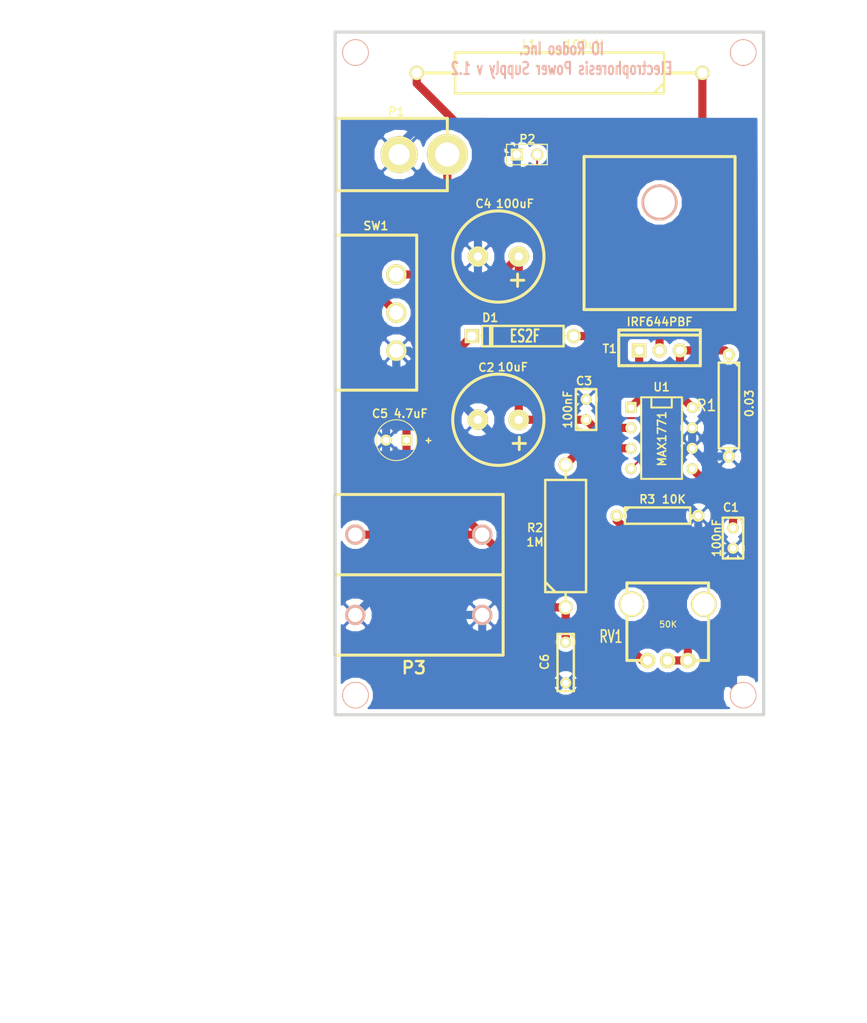
<source format=kicad_pcb>
(kicad_pcb (version 3) (host pcbnew "(2013-feb-26)-testing")

  (general
    (links 37)
    (no_connects 0)
    (area 85.829139 79.809499 139.890501 165.190501)
    (thickness 1.6002)
    (drawings 27)
    (tracks 112)
    (zones 0)
    (modules 22)
    (nets 12)
  )

  (page A4)
  (layers
    (15 Front signal)
    (0 Back signal)
    (16 B.Adhes user)
    (17 F.Adhes user)
    (18 B.Paste user)
    (19 F.Paste user)
    (20 B.SilkS user)
    (21 F.SilkS user)
    (22 B.Mask user)
    (23 F.Mask user)
    (24 Dwgs.User user)
    (25 Cmts.User user)
    (26 Eco1.User user)
    (27 Eco2.User user)
    (28 Edge.Cuts user)
  )

  (setup
    (last_trace_width 1.016)
    (trace_clearance 0.254)
    (zone_clearance 0.508)
    (zone_45_only no)
    (trace_min 0.2032)
    (segment_width 0.381)
    (edge_width 0.381)
    (via_size 0.889)
    (via_drill 0.635)
    (via_min_size 0.889)
    (via_min_drill 0.508)
    (uvia_size 0.508)
    (uvia_drill 0.127)
    (uvias_allowed no)
    (uvia_min_size 0.508)
    (uvia_min_drill 0.127)
    (pcb_text_width 0.3048)
    (pcb_text_size 1.524 2.032)
    (mod_edge_width 0.381)
    (mod_text_size 1.524 1.524)
    (mod_text_width 0.3048)
    (pad_size 3.302 3.302)
    (pad_drill 3.048)
    (pad_to_mask_clearance 0.254)
    (aux_axis_origin 11.938 11.938)
    (visible_elements FFFFFFFF)
    (pcbplotparams
      (layerselection 284196865)
      (usegerberextensions true)
      (excludeedgelayer true)
      (linewidth 60)
      (plotframeref false)
      (viasonmask false)
      (mode 1)
      (useauxorigin false)
      (hpglpennumber 1)
      (hpglpenspeed 20)
      (hpglpendiameter 15)
      (hpglpenoverlay 2)
      (psnegative false)
      (psa4output false)
      (plotreference true)
      (plotvalue true)
      (plotothertext true)
      (plotinvisibletext false)
      (padsonsilk false)
      (subtractmaskfromsilk false)
      (outputformat 1)
      (mirror false)
      (drillshape 0)
      (scaleselection 1)
      (outputdirectory gerber_v1.2/))
  )

  (net 0 "")
  (net 1 /HV)
  (net 2 /PWR)
  (net 3 /SHDN)
  (net 4 GND)
  (net 5 N-0000010)
  (net 6 N-0000011)
  (net 7 N-000002)
  (net 8 N-000005)
  (net 9 N-000007)
  (net 10 N-000008)
  (net 11 N-000009)

  (net_class Default "This is the default net class."
    (clearance 0.254)
    (trace_width 1.016)
    (via_dia 0.889)
    (via_drill 0.635)
    (uvia_dia 0.508)
    (uvia_drill 0.127)
    (add_net "")
    (add_net /HV)
    (add_net /PWR)
    (add_net /SHDN)
    (add_net GND)
    (add_net N-0000010)
    (add_net N-0000011)
    (add_net N-000002)
    (add_net N-000005)
    (add_net N-000007)
    (add_net N-000008)
    (add_net N-000009)
  )

  (module slide_switch (layer Front) (tedit 5175CD83) (tstamp 50E7715C)
    (at 91.44 114.935 270)
    (path /506223F0)
    (fp_text reference SW1 (at -10.795 0 360) (layer F.SilkS)
      (effects (font (size 1.016 1.016) (thickness 0.2032)))
    )
    (fp_text value SWITCH_INV (at -0.01016 1.99898 270) (layer F.SilkS) hide
      (effects (font (size 1.524 1.524) (thickness 0.3048)))
    )
    (fp_line (start -9.652 -5.08) (end 9.652 -5.08) (layer F.SilkS) (width 0.381))
    (fp_line (start 9.652 -5.08) (end 9.652 5.08) (layer F.SilkS) (width 0.381))
    (fp_line (start 9.652 5.08) (end -9.652 5.08) (layer F.SilkS) (width 0.381))
    (fp_line (start -9.652 5.08) (end -9.652 -5.08) (layer F.SilkS) (width 0.381))
    (pad 1 thru_hole circle (at -4.7498 -2.54 270) (size 2.54 2.54) (drill 1.778)
      (layers *.Cu *.Mask F.SilkS)
      (net 9 N-000007)
    )
    (pad 2 thru_hole circle (at 0 -2.54 270) (size 2.54 2.54) (drill 1.778)
      (layers *.Cu *.Mask F.SilkS)
      (net 2 /PWR)
    )
    (pad 3 thru_hole circle (at 4.7498 -2.54 270) (size 2.54 2.54) (drill 1.778)
      (layers *.Cu *.Mask F.SilkS)
      (net 4 GND)
    )
  )

  (module PIN_ARRAY_2X1 (layer Front) (tedit 5175D60F) (tstamp 50E77167)
    (at 110.236 95.25)
    (descr "Connecteurs 2 pins")
    (tags "CONN DEV")
    (path /506224F0)
    (fp_text reference P2 (at 0.0508 -1.9304) (layer F.SilkS)
      (effects (font (size 1.016 1.016) (thickness 0.2032)))
    )
    (fp_text value CONN_2 (at -0.254 0) (layer F.SilkS) hide
      (effects (font (size 0.762 0.762) (thickness 0.1524)))
    )
    (fp_line (start -2.54 1.27) (end -2.54 -1.27) (layer F.SilkS) (width 0.1524))
    (fp_line (start -2.54 -1.27) (end 2.54 -1.27) (layer F.SilkS) (width 0.1524))
    (fp_line (start 2.54 -1.27) (end 2.54 1.27) (layer F.SilkS) (width 0.1524))
    (fp_line (start 2.54 1.27) (end -2.54 1.27) (layer F.SilkS) (width 0.1524))
    (pad 1 thru_hole rect (at -1.27 0) (size 1.524 1.524) (drill 1.016)
      (layers *.Cu *.Mask F.SilkS)
      (net 4 GND)
    )
    (pad 2 thru_hole circle (at 1.27 0) (size 1.524 1.524) (drill 1.016)
      (layers *.Cu *.Mask F.SilkS)
      (net 3 /SHDN)
    )
    (model pin_array/pins_array_2x1.wrl
      (at (xyz 0 0 0))
      (scale (xyz 1 1 1))
      (rotate (xyz 0 0 0))
    )
  )

  (module DIP-8__300 (layer Front) (tedit 5175CE36) (tstamp 50E75116)
    (at 127 130.556 270)
    (descr "8 pins DIL package, round pads")
    (tags DIL)
    (path /5062213B)
    (fp_text reference U1 (at -6.35 0 360) (layer F.SilkS)
      (effects (font (size 1.016 1.016) (thickness 0.2032)))
    )
    (fp_text value MAX1771 (at 0.08636 -0.0508 270) (layer F.SilkS)
      (effects (font (size 1.016 1.016) (thickness 0.2032)))
    )
    (fp_line (start -5.08 -1.27) (end -3.81 -1.27) (layer F.SilkS) (width 0.254))
    (fp_line (start -3.81 -1.27) (end -3.81 1.27) (layer F.SilkS) (width 0.254))
    (fp_line (start -3.81 1.27) (end -5.08 1.27) (layer F.SilkS) (width 0.254))
    (fp_line (start -5.08 -2.54) (end 5.08 -2.54) (layer F.SilkS) (width 0.254))
    (fp_line (start 5.08 -2.54) (end 5.08 2.54) (layer F.SilkS) (width 0.254))
    (fp_line (start 5.08 2.54) (end -5.08 2.54) (layer F.SilkS) (width 0.254))
    (fp_line (start -5.08 2.54) (end -5.08 -2.54) (layer F.SilkS) (width 0.254))
    (pad 1 thru_hole rect (at -3.81 3.81 270) (size 1.397 1.397) (drill 0.8128)
      (layers *.Cu *.Mask F.SilkS)
      (net 7 N-000002)
    )
    (pad 2 thru_hole circle (at -1.27 3.81 270) (size 1.397 1.397) (drill 0.8128)
      (layers *.Cu *.Mask F.SilkS)
      (net 9 N-000007)
    )
    (pad 3 thru_hole circle (at 1.27 3.81 270) (size 1.397 1.397) (drill 0.8128)
      (layers *.Cu *.Mask F.SilkS)
      (net 6 N-0000011)
    )
    (pad 4 thru_hole circle (at 3.81 3.81 270) (size 1.397 1.397) (drill 0.8128)
      (layers *.Cu *.Mask F.SilkS)
      (net 3 /SHDN)
    )
    (pad 5 thru_hole circle (at 3.81 -3.81 270) (size 1.397 1.397) (drill 0.8128)
      (layers *.Cu *.Mask F.SilkS)
      (net 10 N-000008)
    )
    (pad 6 thru_hole circle (at 1.27 -3.81 270) (size 1.397 1.397) (drill 0.8128)
      (layers *.Cu *.Mask F.SilkS)
      (net 4 GND)
    )
    (pad 7 thru_hole circle (at -1.27 -3.81 270) (size 1.397 1.397) (drill 0.8128)
      (layers *.Cu *.Mask F.SilkS)
      (net 4 GND)
    )
    (pad 8 thru_hole circle (at -3.81 -3.81 270) (size 1.397 1.397) (drill 0.8128)
      (layers *.Cu *.Mask F.SilkS)
      (net 8 N-000005)
    )
    (model dil/dil_8.wrl
      (at (xyz 0 0 0))
      (scale (xyz 1 1 1))
      (rotate (xyz 0 0 0))
    )
  )

  (module DCJACK_2PIN (layer Front) (tedit 5175CD7B) (tstamp 50E77150)
    (at 100.33 95.25 180)
    (path /50622201)
    (fp_text reference P1 (at 6.35 5.334 180) (layer F.SilkS)
      (effects (font (size 1.016 1.016) (thickness 0.2032)))
    )
    (fp_text value CONN_2 (at 7.874 0 180) (layer F.SilkS) hide
      (effects (font (size 1.524 1.524) (thickness 0.3048)))
    )
    (fp_line (start 0 -2.70002) (end 0 -4.50088) (layer F.SilkS) (width 0.381))
    (fp_line (start 0 -4.50088) (end 13.79982 -4.50088) (layer F.SilkS) (width 0.381))
    (fp_line (start 13.79982 -4.50088) (end 13.79982 4.39928) (layer F.SilkS) (width 0.381))
    (fp_line (start 13.79982 4.39928) (end 13.79982 4.50088) (layer F.SilkS) (width 0.381))
    (fp_line (start 13.79982 4.50088) (end 0 4.50088) (layer F.SilkS) (width 0.381))
    (fp_line (start 0 4.50088) (end 0 2.70002) (layer F.SilkS) (width 0.381))
    (pad 1 thru_hole circle (at 0 0 180) (size 5.08 5.08) (drill 2.99974)
      (layers *.Cu *.Mask F.SilkS)
      (net 2 /PWR)
    )
    (pad 2 thru_hole circle (at 5.99948 0 180) (size 4.59994 4.59994) (drill 2.60096)
      (layers *.Cu *.Mask F.SilkS)
      (net 4 GND)
    )
  )

  (module CAPPOL (layer Front) (tedit 5175D61A) (tstamp 50E74D69)
    (at 106.68 128.27 180)
    (path /5062216E)
    (fp_text reference C2 (at 1.4986 6.5024 180) (layer F.SilkS)
      (effects (font (size 1.016 1.016) (thickness 0.2032)))
    )
    (fp_text value 10uF (at -1.8034 6.5532 180) (layer F.SilkS)
      (effects (font (size 1.016 1.016) (thickness 0.2032)))
    )
    (fp_text user + (at -2.60096 -2.79908 180) (layer F.SilkS)
      (effects (font (size 2.032 2.032) (thickness 0.3556)))
    )
    (fp_circle (center 0 0) (end 5.08 2.54) (layer F.SilkS) (width 0.381))
    (pad 1 thru_hole circle (at -2.54 0 180) (size 2.54 2.54) (drill 1.016)
      (layers *.Cu *.Mask F.SilkS)
      (net 9 N-000007)
    )
    (pad 2 thru_hole circle (at 2.54 0 180) (size 2.54 2.54) (drill 1.016)
      (layers *.Cu *.Mask F.SilkS)
      (net 4 GND)
    )
  )

  (module CAPPOL (layer Front) (tedit 5175D60A) (tstamp 50E74D71)
    (at 106.68 107.95 180)
    (path /50622169)
    (fp_text reference C4 (at 1.8542 6.5786 180) (layer F.SilkS)
      (effects (font (size 1.016 1.016) (thickness 0.2032)))
    )
    (fp_text value 100uF (at -2.0574 6.5786 180) (layer F.SilkS)
      (effects (font (size 1.016 1.016) (thickness 0.2032)))
    )
    (fp_text user + (at -2.39776 -2.80162 180) (layer F.SilkS)
      (effects (font (size 2.032 2.032) (thickness 0.3556)))
    )
    (fp_circle (center 0 0) (end 5.08 2.54) (layer F.SilkS) (width 0.381))
    (pad 1 thru_hole circle (at -2.54 0 180) (size 2.54 2.54) (drill 1.016)
      (layers *.Cu *.Mask F.SilkS)
      (net 9 N-000007)
    )
    (pad 2 thru_hole circle (at 2.54 0 180) (size 2.54 2.54) (drill 1.016)
      (layers *.Cu *.Mask F.SilkS)
      (net 4 GND)
    )
  )

  (module C2 (layer Front) (tedit 51252A35) (tstamp 5175C5EE)
    (at 115.062 158.496 270)
    (descr "Condensateur = 2 pas")
    (tags C)
    (path /5062217E)
    (fp_text reference C6 (at -0.08128 2.62636 270) (layer F.SilkS)
      (effects (font (size 1.016 1.016) (thickness 0.2032)))
    )
    (fp_text value "100nF, 250V" (at 0 0 270) (layer F.SilkS) hide
      (effects (font (size 1.016 1.016) (thickness 0.2032)))
    )
    (fp_line (start -3.556 -1.016) (end 3.556 -1.016) (layer F.SilkS) (width 0.3048))
    (fp_line (start 3.556 -1.016) (end 3.556 1.016) (layer F.SilkS) (width 0.3048))
    (fp_line (start 3.556 1.016) (end -3.556 1.016) (layer F.SilkS) (width 0.3048))
    (fp_line (start -3.556 1.016) (end -3.556 -1.016) (layer F.SilkS) (width 0.3048))
    (fp_line (start -3.556 -0.508) (end -3.048 -1.016) (layer F.SilkS) (width 0.3048))
    (pad 1 thru_hole circle (at -2.54 0 270) (size 1.397 1.397) (drill 0.8128)
      (layers *.Cu *.Mask F.SilkS)
      (net 1 /HV)
    )
    (pad 2 thru_hole circle (at 2.54 0 270) (size 1.397 1.397) (drill 0.8128)
      (layers *.Cu *.Mask F.SilkS)
      (net 4 GND)
    )
    (model discret/capa_2pas_5x5mm.wrl
      (at (xyz 0 0 0))
      (scale (xyz 1 1 1))
      (rotate (xyz 0 0 0))
    )
  )

  (module C1V5 (layer Front) (tedit 5175D624) (tstamp 50E74D84)
    (at 93.98 130.81 180)
    (descr "Condensateur e = 1 pas")
    (tags C)
    (path /5062216C)
    (fp_text reference C5 (at 2.032 3.302 180) (layer F.SilkS)
      (effects (font (size 1.016 1.016) (thickness 0.2032)))
    )
    (fp_text value 4.7uF (at -1.778 3.302 180) (layer F.SilkS)
      (effects (font (size 1.016 1.016) (thickness 0.2032)))
    )
    (fp_text user + (at -4.0005 0 180) (layer F.SilkS)
      (effects (font (size 0.762 0.762) (thickness 0.2032)))
    )
    (fp_circle (center 0 0) (end 0.127 -2.54) (layer F.SilkS) (width 0.127))
    (pad 1 thru_hole rect (at -1.27 0 180) (size 1.397 1.397) (drill 0.8128)
      (layers *.Cu *.Mask F.SilkS)
      (net 1 /HV)
    )
    (pad 2 thru_hole circle (at 1.27 0 180) (size 1.397 1.397) (drill 0.8128)
      (layers *.Cu *.Mask F.SilkS)
      (net 4 GND)
    )
    (model discret/c_vert_c1v5.wrl
      (at (xyz 0 0 0))
      (scale (xyz 1 1 1))
      (rotate (xyz 0 0 0))
    )
  )

  (module C1 (layer Front) (tedit 5175CDFA) (tstamp 50E74D8F)
    (at 117.602 127 90)
    (descr "Condensateur e = 1 pas")
    (tags C)
    (path /50622184)
    (fp_text reference C3 (at 3.556 -0.254 180) (layer F.SilkS)
      (effects (font (size 1.016 1.016) (thickness 0.2032)))
    )
    (fp_text value 100nF (at 0 -2.286 90) (layer F.SilkS)
      (effects (font (size 1.016 1.016) (thickness 0.2032)))
    )
    (fp_line (start -2.4892 -1.27) (end 2.54 -1.27) (layer F.SilkS) (width 0.3048))
    (fp_line (start 2.54 -1.27) (end 2.54 1.27) (layer F.SilkS) (width 0.3048))
    (fp_line (start 2.54 1.27) (end -2.54 1.27) (layer F.SilkS) (width 0.3048))
    (fp_line (start -2.54 1.27) (end -2.54 -1.27) (layer F.SilkS) (width 0.3048))
    (fp_line (start -2.54 -0.635) (end -1.905 -1.27) (layer F.SilkS) (width 0.3048))
    (pad 1 thru_hole circle (at -1.27 0 90) (size 1.397 1.397) (drill 0.8128)
      (layers *.Cu *.Mask F.SilkS)
      (net 9 N-000007)
    )
    (pad 2 thru_hole circle (at 1.27 0 90) (size 1.397 1.397) (drill 0.8128)
      (layers *.Cu *.Mask F.SilkS)
      (net 4 GND)
    )
    (model discret/capa_1_pas.wrl
      (at (xyz 0 0 0))
      (scale (xyz 1 1 1))
      (rotate (xyz 0 0 0))
    )
  )

  (module C1 (layer Front) (tedit 5175CE60) (tstamp 50E74D9A)
    (at 135.89 143.002 270)
    (descr "Condensateur e = 1 pas")
    (tags C)
    (path /50622181)
    (fp_text reference C1 (at -3.81 0.254 360) (layer F.SilkS)
      (effects (font (size 1.016 1.016) (thickness 0.2032)))
    )
    (fp_text value 100nF (at 0 2.032 270) (layer F.SilkS)
      (effects (font (size 1.016 1.016) (thickness 0.2032)))
    )
    (fp_line (start -2.4892 -1.27) (end 2.54 -1.27) (layer F.SilkS) (width 0.3048))
    (fp_line (start 2.54 -1.27) (end 2.54 1.27) (layer F.SilkS) (width 0.3048))
    (fp_line (start 2.54 1.27) (end -2.54 1.27) (layer F.SilkS) (width 0.3048))
    (fp_line (start -2.54 1.27) (end -2.54 -1.27) (layer F.SilkS) (width 0.3048))
    (fp_line (start -2.54 -0.635) (end -1.905 -1.27) (layer F.SilkS) (width 0.3048))
    (pad 1 thru_hole circle (at -1.27 0 270) (size 1.397 1.397) (drill 0.8128)
      (layers *.Cu *.Mask F.SilkS)
      (net 10 N-000008)
    )
    (pad 2 thru_hole circle (at 1.27 0 270) (size 1.397 1.397) (drill 0.8128)
      (layers *.Cu *.Mask F.SilkS)
      (net 4 GND)
    )
    (model discret/capa_1_pas.wrl
      (at (xyz 0 0 0))
      (scale (xyz 1 1 1))
      (rotate (xyz 0 0 0))
    )
  )

  (module MOUNT_HOLE_4_40 (layer Front) (tedit 51242535) (tstamp 5124265D)
    (at 88.9 162.56)
    (fp_text reference MOUNT_HOLE_1 (at 0 -2.032) (layer F.SilkS) hide
      (effects (font (size 0.254 0.254) (thickness 0.0635)))
    )
    (fp_text value VAL** (at 0 2.032) (layer F.SilkS) hide
      (effects (font (size 0.254 0.254) (thickness 0.0635)))
    )
    (pad "" thru_hole circle (at 0 0) (size 3.302 3.302) (drill 3.048)
      (layers *.Cu *.SilkS *.Mask)
    )
  )

  (module MOUNT_HOLE_4_40 (layer Front) (tedit 50E784A9) (tstamp 50E7CF87)
    (at 137.16 82.55)
    (fp_text reference MOUNT_HOLE_4 (at 0 -2.032) (layer F.SilkS) hide
      (effects (font (size 0.254 0.254) (thickness 0.0635)))
    )
    (fp_text value VAL** (at 0 2.032) (layer F.SilkS) hide
      (effects (font (size 0.254 0.254) (thickness 0.0635)))
    )
    (pad "" thru_hole circle (at 0 0) (size 3.302 3.302) (drill 3.048)
      (layers *.Cu *.SilkS *.Mask)
    )
  )

  (module MOUNT_HOLE_4_40 (layer Front) (tedit 50E78491) (tstamp 5175C71B)
    (at 88.9 82.55)
    (fp_text reference MOUNT_HOLE_2 (at 0 -2.032) (layer F.SilkS) hide
      (effects (font (size 0.254 0.254) (thickness 0.0635)))
    )
    (fp_text value VAL** (at 0 2.032) (layer F.SilkS) hide
      (effects (font (size 0.254 0.254) (thickness 0.0635)))
    )
    (pad "" thru_hole circle (at 0 0) (size 3.302 3.302) (drill 3.048)
      (layers *.Cu *.SilkS *.Mask)
    )
  )

  (module R4 (layer Front) (tedit 5175CF59) (tstamp 5124205F)
    (at 126.492 140.208)
    (descr "Resitance 4 pas")
    (tags R)
    (path /50622D01)
    (autoplace_cost180 10)
    (fp_text reference R3 (at -1.27 -2.032) (layer F.SilkS)
      (effects (font (size 1.016 1.016) (thickness 0.2032)))
    )
    (fp_text value 10K (at 2.032 -2.032) (layer F.SilkS)
      (effects (font (size 1.016 1.016) (thickness 0.2032)))
    )
    (fp_line (start -5.08 0) (end -4.064 0) (layer F.SilkS) (width 0.3048))
    (fp_line (start -4.064 0) (end -4.064 -1.016) (layer F.SilkS) (width 0.3048))
    (fp_line (start -4.064 -1.016) (end 4.064 -1.016) (layer F.SilkS) (width 0.3048))
    (fp_line (start 4.064 -1.016) (end 4.064 1.016) (layer F.SilkS) (width 0.3048))
    (fp_line (start 4.064 1.016) (end -4.064 1.016) (layer F.SilkS) (width 0.3048))
    (fp_line (start -4.064 1.016) (end -4.064 0) (layer F.SilkS) (width 0.3048))
    (fp_line (start -4.064 -0.508) (end -3.556 -1.016) (layer F.SilkS) (width 0.3048))
    (fp_line (start 5.08 0) (end 4.064 0) (layer F.SilkS) (width 0.3048))
    (pad 1 thru_hole circle (at -5.08 0) (size 1.524 1.524) (drill 0.8128)
      (layers *.Cu *.Mask F.SilkS)
      (net 5 N-0000010)
    )
    (pad 2 thru_hole circle (at 5.08 0) (size 1.524 1.524) (drill 0.8128)
      (layers *.Cu *.Mask F.SilkS)
      (net 4 GND)
    )
    (model discret/resistor.wrl
      (at (xyz 0 0 0))
      (scale (xyz 0.4 0.4 0.4))
      (rotate (xyz 0 0 0))
    )
  )

  (module D5 (layer Front) (tedit 5175CE03) (tstamp 512420B8)
    (at 109.728 117.856 180)
    (descr "Diode 5 pas")
    (tags "DIODE DEV")
    (path /506226AA)
    (fp_text reference D1 (at 4.064 2.286 180) (layer F.SilkS)
      (effects (font (size 1.016 1.016) (thickness 0.2032)))
    )
    (fp_text value ES2F (at -0.254 0 180) (layer F.SilkS)
      (effects (font (size 1.524 1.016) (thickness 0.254)))
    )
    (fp_line (start 6.35 0) (end 5.08 0) (layer F.SilkS) (width 0.3048))
    (fp_line (start 5.08 0) (end 5.08 -1.27) (layer F.SilkS) (width 0.3048))
    (fp_line (start 5.08 -1.27) (end -5.08 -1.27) (layer F.SilkS) (width 0.3048))
    (fp_line (start -5.08 -1.27) (end -5.08 0) (layer F.SilkS) (width 0.3048))
    (fp_line (start -5.08 0) (end -6.35 0) (layer F.SilkS) (width 0.3048))
    (fp_line (start -5.08 0) (end -5.08 1.27) (layer F.SilkS) (width 0.3048))
    (fp_line (start -5.08 1.27) (end 5.08 1.27) (layer F.SilkS) (width 0.3048))
    (fp_line (start 5.08 1.27) (end 5.08 0) (layer F.SilkS) (width 0.3048))
    (fp_line (start 3.81 -1.27) (end 3.81 1.27) (layer F.SilkS) (width 0.3048))
    (fp_line (start 4.064 -1.27) (end 4.064 1.27) (layer F.SilkS) (width 0.3048))
    (pad 1 thru_hole circle (at -6.35 0 180) (size 1.778 1.778) (drill 1.143)
      (layers *.Cu *.Mask F.SilkS)
      (net 11 N-000009)
    )
    (pad 2 thru_hole rect (at 6.35 0 180) (size 1.778 1.778) (drill 1.143)
      (layers *.Cu *.Mask F.SilkS)
      (net 1 /HV)
    )
    (model discret/diode.wrl
      (at (xyz 0 0 0))
      (scale (xyz 0.5 0.5 0.5))
      (rotate (xyz 0 0 0))
    )
  )

  (module R7 (layer Front) (tedit 5175CD61) (tstamp 512420F8)
    (at 115.062 142.748 90)
    (descr "Resitance 7 pas")
    (tags R)
    (path /50622CFF)
    (autoplace_cost180 10)
    (fp_text reference R2 (at 1.016 -3.81 180) (layer F.SilkS)
      (effects (font (size 1.016 1.016) (thickness 0.2032)))
    )
    (fp_text value 1M (at -0.762 -3.81 180) (layer F.SilkS)
      (effects (font (size 1.016 1.016) (thickness 0.2032)))
    )
    (fp_line (start -8.89 0) (end -8.89 0) (layer F.SilkS) (width 0.3048))
    (fp_line (start -8.89 0) (end -8.89 0) (layer F.SilkS) (width 0.3048))
    (fp_line (start 6.985 0) (end 8.89 0) (layer F.SilkS) (width 0.3048))
    (fp_line (start 8.89 0) (end 8.89 0) (layer F.SilkS) (width 0.3048))
    (fp_line (start 6.985 2.54) (end -6.985 2.54) (layer F.SilkS) (width 0.3048))
    (fp_line (start -6.985 -2.54) (end 6.985 -2.54) (layer F.SilkS) (width 0.3048))
    (fp_line (start -6.985 -1.27) (end -5.715 -2.54) (layer F.SilkS) (width 0.3048))
    (fp_line (start 6.985 -2.54) (end 6.985 2.54) (layer F.SilkS) (width 0.3048))
    (fp_line (start -6.985 -2.54) (end -6.985 2.54) (layer F.SilkS) (width 0.3048))
    (fp_line (start -8.89 0) (end -6.985 0) (layer F.SilkS) (width 0.3048))
    (pad 1 thru_hole circle (at -8.89 0 90) (size 1.778 1.778) (drill 1.27)
      (layers *.Cu *.Mask F.SilkS)
      (net 1 /HV)
    )
    (pad 2 thru_hole circle (at 8.89 0 90) (size 1.778 1.778) (drill 1.27)
      (layers *.Cu *.Mask F.SilkS)
      (net 6 N-0000011)
    )
    (model discret/resistor.wrl
      (at (xyz 0 0 0))
      (scale (xyz 0.7 0.7 0.7))
      (rotate (xyz 0 0 0))
    )
  )

  (module R5 (layer Front) (tedit 5175CF85) (tstamp 51242116)
    (at 135.382 126.492 270)
    (descr "Resistance 5 pas")
    (tags R)
    (path /50622C5E)
    (autoplace_cost180 10)
    (fp_text reference R1 (at 0 2.794 360) (layer F.SilkS)
      (effects (font (size 1.397 1.27) (thickness 0.2032)))
    )
    (fp_text value 0.03 (at -0.254 -2.54 270) (layer F.SilkS)
      (effects (font (size 1.016 1.016) (thickness 0.2032)))
    )
    (fp_line (start -6.35 0) (end -5.334 0) (layer F.SilkS) (width 0.3048))
    (fp_line (start 6.35 0) (end 5.334 0) (layer F.SilkS) (width 0.3048))
    (fp_line (start 5.334 -1.27) (end 5.334 1.27) (layer F.SilkS) (width 0.3048))
    (fp_line (start 5.334 1.27) (end -5.334 1.27) (layer F.SilkS) (width 0.3048))
    (fp_line (start -5.334 1.27) (end -5.334 -1.27) (layer F.SilkS) (width 0.3048))
    (fp_line (start -5.334 -1.27) (end 5.334 -1.27) (layer F.SilkS) (width 0.3048))
    (fp_line (start -5.334 -0.762) (end -4.826 -1.27) (layer F.SilkS) (width 0.3048))
    (pad 1 thru_hole circle (at -6.35 0 270) (size 1.524 1.524) (drill 0.8128)
      (layers *.Cu *.Mask F.SilkS)
      (net 8 N-000005)
    )
    (pad 2 thru_hole circle (at 6.35 0 270) (size 1.524 1.524) (drill 0.8128)
      (layers *.Cu *.Mask F.SilkS)
      (net 4 GND)
    )
    (model discret/resistor.wrl
      (at (xyz 0 0 0))
      (scale (xyz 0.5 0.5 0.5))
      (rotate (xyz 0 0 0))
    )
  )

  (module INDUCTOR_COIL (layer Front) (tedit 5175C728) (tstamp 51242043)
    (at 114.3 85.09 180)
    (descr "Power inductor")
    (tags L)
    (path /506223C6)
    (autoplace_cost180 10)
    (fp_text reference L1 (at 3.81 3.556 180) (layer F.SilkS)
      (effects (font (size 1.016 1.016) (thickness 0.2032)))
    )
    (fp_text value 100uH (at -3.048 3.556 180) (layer F.SilkS)
      (effects (font (size 1.016 1.016) (thickness 0.2032)))
    )
    (fp_line (start -13.081 0) (end -16.764 0) (layer F.SilkS) (width 0.381))
    (fp_line (start 13.208 0) (end 16.764 0) (layer F.SilkS) (width 0.381))
    (fp_line (start 12.99972 2.54) (end -12.99972 2.54) (layer F.SilkS) (width 0.3048))
    (fp_line (start -12.99972 -2.54) (end 12.99972 -2.54) (layer F.SilkS) (width 0.3048))
    (fp_line (start -12.98448 -1.27) (end -11.71448 -2.54) (layer F.SilkS) (width 0.3048))
    (fp_line (start 12.99972 -2.54) (end 12.99972 2.54) (layer F.SilkS) (width 0.3048))
    (fp_line (start -12.99972 -2.54) (end -12.99972 2.54) (layer F.SilkS) (width 0.3048))
    (pad 1 thru_hole circle (at -17.78 0 180) (size 1.778 1.778) (drill 1.27)
      (layers *.Cu *.Mask F.SilkS)
      (net 11 N-000009)
    )
    (pad 2 thru_hole circle (at 17.78 0 180) (size 1.778 1.778) (drill 1.27)
      (layers *.Cu *.Mask F.SilkS)
      (net 9 N-000007)
    )
    (model discret/resistor.wrl
      (at (xyz 0 0 0))
      (scale (xyz 0.7 0.7 0.7))
      (rotate (xyz 0 0 0))
    )
  )

  (module BANANA_JACK (layer Front) (tedit 5175C5C4) (tstamp 51242098)
    (at 96.774 147.574)
    (path /50622205)
    (fp_text reference P3 (at -0.60706 11.5824) (layer F.SilkS)
      (effects (font (size 1.524 1.524) (thickness 0.3048)))
    )
    (fp_text value CONN_2 (at 0.53594 -1.3716) (layer F.SilkS) hide
      (effects (font (size 1.524 1.524) (thickness 0.3048)))
    )
    (fp_line (start -10.50036 0) (end 10.50036 0) (layer F.SilkS) (width 0.381))
    (fp_line (start -10.50036 -9.99998) (end -10.50036 9.99998) (layer F.SilkS) (width 0.381))
    (fp_line (start 10.50036 -9.99998) (end 10.50036 9.99998) (layer F.SilkS) (width 0.381))
    (fp_line (start -10.50036 -9.99998) (end 10.50036 -9.99998) (layer F.SilkS) (width 0.381))
    (fp_line (start 10.50036 9.99998) (end -10.50036 9.99998) (layer F.SilkS) (width 0.381))
    (pad 1 thru_hole circle (at -7.8994 -5.00126) (size 2.54 2.54) (drill 1.778)
      (layers *.Cu *.Paste *.SilkS *.Mask)
      (net 1 /HV)
    )
    (pad 1 thru_hole circle (at 7.8994 -5.00126) (size 2.54 2.54) (drill 1.778)
      (layers *.Cu *.Paste *.SilkS *.Mask)
      (net 1 /HV)
    )
    (pad 2 thru_hole circle (at -7.8994 5.00126) (size 2.54 2.54) (drill 1.778)
      (layers *.Cu *.Paste *.SilkS *.Mask)
      (net 4 GND)
    )
    (pad 2 thru_hole circle (at 7.8994 5.00126) (size 2.54 2.54) (drill 1.778)
      (layers *.Cu *.Paste *.SilkS *.Mask)
      (net 4 GND)
    )
  )

  (module TO220_VERT_MOD (layer Front) (tedit 5175CE1D) (tstamp 51243468)
    (at 126.746 119.634 90)
    (descr "Regulateur TO220 serie LM78xx")
    (tags "TR TO220")
    (path /50622BF8)
    (fp_text reference T1 (at 0.20066 -6.20014 180) (layer F.SilkS)
      (effects (font (size 1.016 1.016) (thickness 0.2032)))
    )
    (fp_text value IRF644PBF (at 3.556 0 180) (layer F.SilkS)
      (effects (font (size 1.016 1.016) (thickness 0.2032)))
    )
    (fp_line (start 24.13 9.398) (end 24.13 -9.398) (layer F.SilkS) (width 0.381))
    (fp_line (start 5.08 9.398) (end 24.13 9.398) (layer F.SilkS) (width 0.381))
    (fp_line (start 5.08 -9.398) (end 24.13 -9.398) (layer F.SilkS) (width 0.381))
    (fp_line (start 5.08 -9.398) (end 5.08 9.398) (layer F.SilkS) (width 0.381))
    (fp_line (start 1.905 -5.08) (end 2.54 -5.08) (layer F.SilkS) (width 0.381))
    (fp_line (start 2.54 -5.08) (end 2.54 5.08) (layer F.SilkS) (width 0.381))
    (fp_line (start 2.54 5.08) (end 1.905 5.08) (layer F.SilkS) (width 0.381))
    (fp_line (start -1.905 -5.08) (end 1.905 -5.08) (layer F.SilkS) (width 0.381))
    (fp_line (start 1.905 -5.08) (end 1.905 5.08) (layer F.SilkS) (width 0.381))
    (fp_line (start 1.905 5.08) (end -1.905 5.08) (layer F.SilkS) (width 0.381))
    (fp_line (start -1.905 5.08) (end -1.905 -5.08) (layer F.SilkS) (width 0.381))
    (pad 1 thru_hole rect (at 0 -2.54 90) (size 1.778 1.778) (drill 1.016)
      (layers *.Cu *.Mask F.SilkS)
      (net 7 N-000002)
    )
    (pad 2 thru_hole circle (at 0 0 90) (size 1.778 1.778) (drill 1.016)
      (layers *.Cu *.Mask F.SilkS)
      (net 11 N-000009)
    )
    (pad 3 thru_hole circle (at 0 2.54 90) (size 1.778 1.778) (drill 1.016)
      (layers *.Cu *.Mask F.SilkS)
      (net 8 N-000005)
    )
    (pad "" thru_hole circle (at 18.42008 0 90) (size 4.50088 4.50088) (drill 3.81)
      (layers *.Cu *.Paste *.SilkS *.Mask)
    )
  )

  (module POT_EVUF2A (layer Front) (tedit 51252A50) (tstamp 512432BF)
    (at 127.762 158.242 270)
    (path /50622DAA)
    (fp_text reference RV1 (at -2.9718 7.0612 360) (layer F.SilkS)
      (effects (font (size 1.524 1.016) (thickness 0.2032)))
    )
    (fp_text value 50K (at -4.4958 -0.0508 360) (layer F.SilkS)
      (effects (font (size 0.762 0.762) (thickness 0.127)))
    )
    (fp_line (start -5.08 -5.08) (end -5.588 -5.08) (layer F.SilkS) (width 0.381))
    (fp_line (start -8.89 -5.08) (end -8.382 -5.08) (layer F.SilkS) (width 0.381))
    (fp_line (start -8.89 5.08) (end -8.382 5.08) (layer F.SilkS) (width 0.381))
    (fp_line (start -5.08 5.08) (end -5.588 5.08) (layer F.SilkS) (width 0.381))
    (fp_line (start 0 3.81) (end 0 3.556) (layer F.SilkS) (width 0.381))
    (fp_line (start -5.08 5.08) (end 0 5.08) (layer F.SilkS) (width 0.381))
    (fp_line (start 0 5.08) (end 0 3.81) (layer F.SilkS) (width 0.381))
    (fp_line (start -8.89 -5.08) (end -9.652 -5.08) (layer F.SilkS) (width 0.381))
    (fp_line (start -9.652 -5.08) (end -9.652 5.08) (layer F.SilkS) (width 0.381))
    (fp_line (start -9.652 5.08) (end -8.89 5.08) (layer F.SilkS) (width 0.381))
    (fp_line (start 0 -3.556) (end 0 -5.08) (layer F.SilkS) (width 0.381))
    (fp_line (start 0 -5.08) (end -5.08 -5.08) (layer F.SilkS) (width 0.381))
    (pad 1 thru_hole circle (at 0 2.49936 270) (size 1.9304 1.9304) (drill 1.09982)
      (layers *.Cu *.Mask F.SilkS)
      (net 6 N-0000011)
    )
    (pad 2 thru_hole circle (at 0 0 270) (size 1.9304 1.9304) (drill 1.09982)
      (layers *.Cu *.Mask F.SilkS)
      (net 5 N-0000010)
    )
    (pad 3 thru_hole circle (at 0 -2.49936 270) (size 1.9304 1.9304) (drill 1.09982)
      (layers *.Cu *.Mask F.SilkS)
      (net 5 N-0000010)
    )
    (pad "" thru_hole circle (at -7.00024 4.50088 270) (size 3.175 3.175) (drill 2.7178)
      (layers *.Cu *.Mask F.SilkS)
    )
    (pad "" thru_hole circle (at -7.00024 -4.50088 270) (size 3.175 3.175) (drill 2.7178)
      (layers *.Cu *.Mask F.SilkS)
    )
  )

  (module MOUNT_HOLE_4_40_GND (layer Front) (tedit 5124389B) (tstamp 512438BA)
    (at 137.16 162.56)
    (path /51243742)
    (fp_text reference P4 (at 0 -2.032) (layer F.SilkS) hide
      (effects (font (size 0.254 0.254) (thickness 0.0635)))
    )
    (fp_text value CONN_1 (at 0 2.032) (layer F.SilkS) hide
      (effects (font (size 0.254 0.254) (thickness 0.0635)))
    )
    (pad 1 thru_hole circle (at 0 0) (size 3.302 3.302) (drill 3.048)
      (layers *.Cu *.SilkS *.Mask)
      (net 4 GND)
    )
  )

  (dimension 20.040616 (width 0.3048) (layer Dwgs.User)
    (gr_text "0.7890 in" (at 74.023747 147.571081 89.92738181) (layer Dwgs.User)
      (effects (font (size 2.032 1.524) (thickness 0.3048)))
    )
    (feature1 (pts (xy 86.3346 157.607) (xy 72.385449 157.589321)))
    (feature2 (pts (xy 86.36 137.5664) (xy 72.410849 137.548721)))
    (crossbar (pts (xy 75.662046 137.552841) (xy 75.636646 157.593441)))
    (arrow1a (pts (xy 75.636646 157.593441) (xy 75.051654 156.466195)))
    (arrow1b (pts (xy 75.636646 157.593441) (xy 76.224494 156.467682)))
    (arrow2a (pts (xy 75.662046 137.552841) (xy 75.074198 138.6786)))
    (arrow2b (pts (xy 75.662046 137.552841) (xy 76.247038 138.680087)))
  )
  (dimension 25.095213 (width 0.3048) (layer Dwgs.User)
    (gr_text "0.9880 in" (at 78.701985 135.018662 89.94200834) (layer Dwgs.User)
      (effects (font (size 2.032 1.524) (thickness 0.3048)))
    )
    (feature1 (pts (xy 86.3346 147.574) (xy 77.063686 147.564617)))
    (feature2 (pts (xy 86.36 122.4788) (xy 77.089086 122.469417)))
    (crossbar (pts (xy 80.340284 122.472707) (xy 80.314884 147.567907)))
    (arrow1a (pts (xy 80.314884 147.567907) (xy 79.729604 146.440811)))
    (arrow1b (pts (xy 80.314884 147.567907) (xy 80.902444 146.441998)))
    (arrow2a (pts (xy 80.340284 122.472707) (xy 79.752724 123.598616)))
    (arrow2b (pts (xy 80.340284 122.472707) (xy 80.925564 123.599803)))
  )
  (dimension 27.228812 (width 0.3048) (layer Dwgs.User)
    (gr_text "1.0720 in" (at 47.654698 108.900493 270.0534475) (layer Dwgs.User)
      (effects (font (size 2.032 1.524) (thickness 0.3048)))
    )
    (feature1 (pts (xy 86.3346 95.25) (xy 46.016399 95.287609)))
    (feature2 (pts (xy 86.36 122.4788) (xy 46.041799 122.516409)))
    (crossbar (pts (xy 49.292997 122.513377) (xy 49.267597 95.284577)))
    (arrow1a (pts (xy 49.267597 95.284577) (xy 49.855068 96.410533)))
    (arrow1b (pts (xy 49.267597 95.284577) (xy 48.682228 96.411627)))
    (arrow2a (pts (xy 49.292997 122.513377) (xy 49.878366 121.386327)))
    (arrow2b (pts (xy 49.292997 122.513377) (xy 48.705526 121.387421)))
  )
  (dimension 31.0388 (width 0.3048) (layer Dwgs.User)
    (gr_text "1.2220 in" (at 145.694399 138.0236 270) (layer Dwgs.User)
      (effects (font (size 2.032 1.524) (thickness 0.3048)))
    )
    (feature1 (pts (xy 139.7 153.543) (xy 147.319999 153.543)))
    (feature2 (pts (xy 139.7 122.5042) (xy 147.319999 122.5042)))
    (crossbar (pts (xy 144.068799 122.5042) (xy 144.068799 153.543)))
    (arrow1a (pts (xy 144.068799 153.543) (xy 143.482379 152.416497)))
    (arrow1b (pts (xy 144.068799 153.543) (xy 144.655219 152.416497)))
    (arrow2a (pts (xy 144.068799 122.5042) (xy 143.482379 123.630703)))
    (arrow2b (pts (xy 144.068799 122.5042) (xy 144.655219 123.630703)))
  )
  (dimension 14.681222 (width 0.3048) (layer Dwgs.User)
    (gr_text "0.5780 in" (at 120.379857 170.336867 0.09912754731) (layer Dwgs.User)
      (effects (font (size 2.032 1.524) (thickness 0.3048)))
    )
    (feature1 (pts (xy 127.7112 164.973) (xy 127.723269 171.949765)))
    (feature2 (pts (xy 113.03 164.9984) (xy 113.042069 171.975165)))
    (crossbar (pts (xy 113.036445 168.72397) (xy 127.717645 168.69857)))
    (arrow1a (pts (xy 127.717645 168.69857) (xy 126.592158 169.286938)))
    (arrow1b (pts (xy 127.717645 168.69857) (xy 126.590129 168.1141)))
    (arrow2a (pts (xy 113.036445 168.72397) (xy 114.163961 169.30844)))
    (arrow2b (pts (xy 113.036445 168.72397) (xy 114.161932 168.135602)))
  )
  (dimension 30.099096 (width 0.3048) (layer Dwgs.User)
    (gr_text "1.1850 in" (at 65.136888 137.500068 89.8549477) (layer Dwgs.User)
      (effects (font (size 2.032 1.524) (thickness 0.3048)))
    )
    (feature1 (pts (xy 86.2838 152.6032) (xy 63.473194 152.545453)))
    (feature2 (pts (xy 86.36 122.5042) (xy 63.549394 122.446453)))
    (crossbar (pts (xy 66.800583 122.454683) (xy 66.724383 152.553683)))
    (arrow1a (pts (xy 66.724383 152.553683) (xy 66.140817 151.425699)))
    (arrow1b (pts (xy 66.724383 152.553683) (xy 67.313653 151.428668)))
    (arrow2a (pts (xy 66.800583 122.454683) (xy 66.211313 123.579698)))
    (arrow2b (pts (xy 66.800583 122.454683) (xy 67.384149 123.582667)))
  )
  (dimension 20.091464 (width 0.3048) (layer Dwgs.User)
    (gr_text "0.7910 in" (at 51.286382 132.461281 89.85513108) (layer Dwgs.User)
      (effects (font (size 2.032 1.524) (thickness 0.3048)))
    )
    (feature1 (pts (xy 86.3092 142.5956) (xy 49.635388 142.502871)))
    (feature2 (pts (xy 86.36 122.5042) (xy 49.686188 122.411471)))
    (crossbar (pts (xy 52.937377 122.419691) (xy 52.886577 142.511091)))
    (arrow1a (pts (xy 52.886577 142.511091) (xy 52.303007 141.383109)))
    (arrow1b (pts (xy 52.886577 142.511091) (xy 53.475844 141.386074)))
    (arrow2a (pts (xy 52.937377 122.419691) (xy 52.34811 123.544708)))
    (arrow2b (pts (xy 52.937377 122.419691) (xy 53.520947 123.547673)))
  )
  (dimension 17.2212 (width 0.3048) (layer Dwgs.User)
    (gr_text "0.6780 in" (at 66.3702 113.8936 90) (layer Dwgs.User)
      (effects (font (size 2.032 1.524) (thickness 0.3048)))
    )
    (feature1 (pts (xy 86.36 105.283) (xy 64.7446 105.283)))
    (feature2 (pts (xy 86.36 122.5042) (xy 64.7446 122.5042)))
    (crossbar (pts (xy 67.9958 122.5042) (xy 67.9958 105.283)))
    (arrow1a (pts (xy 67.9958 105.283) (xy 68.58222 106.409503)))
    (arrow1b (pts (xy 67.9958 105.283) (xy 67.40938 106.409503)))
    (arrow2a (pts (xy 67.9958 122.5042) (xy 68.58222 121.377697)))
    (arrow2b (pts (xy 67.9958 122.5042) (xy 67.40938 121.377697)))
  )
  (dimension 2.0828 (width 0.3048) (layer Dwgs.User)
    (gr_text "0.0820 in" (at 63.703201 123.545599 270) (layer Dwgs.User)
      (effects (font (size 2.032 1.524) (thickness 0.3048)))
    )
    (feature1 (pts (xy 86.3346 124.587) (xy 62.077601 124.586999)))
    (feature2 (pts (xy 86.3346 122.5042) (xy 62.077601 122.504199)))
    (crossbar (pts (xy 65.328801 122.504199) (xy 65.328801 124.586999)))
    (arrow1a (pts (xy 65.328801 124.586999) (xy 64.742381 123.460496)))
    (arrow1b (pts (xy 65.328801 124.586999) (xy 65.915221 123.460496)))
    (arrow2a (pts (xy 65.328801 122.504199) (xy 64.742381 123.630702)))
    (arrow2b (pts (xy 65.328801 122.504199) (xy 65.915221 123.630702)))
  )
  (gr_line (start 100.33 95.25) (end 79.1972 95.25) (angle 90) (layer Dwgs.User) (width 0.381))
  (gr_line (start 113.03 76.2) (end 113.03 203.2) (angle 90) (layer Dwgs.User) (width 0.381))
  (gr_line (start 76.2 122.5) (end 152.4 122.5) (angle 90) (layer Dwgs.User) (width 0.381))
  (gr_line (start 139.7508 153.5176) (end 139.7508 153.543) (angle 90) (layer Dwgs.User) (width 0.381))
  (gr_line (start 127.6858 153.5176) (end 139.7508 153.5176) (angle 90) (layer Dwgs.User) (width 0.381))
  (gr_line (start 127.7112 164.973) (end 127.6858 164.973) (angle 90) (layer Dwgs.User) (width 0.381))
  (gr_line (start 127.7112 153.6192) (end 127.7112 164.973) (angle 90) (layer Dwgs.User) (width 0.381))
  (gr_line (start 82.0928 124.587) (end 82.0928 124.6124) (angle 90) (layer Dwgs.User) (width 0.381))
  (gr_line (start 86.4108 124.587) (end 82.0928 124.587) (angle 90) (layer Dwgs.User) (width 0.381))
  (gr_line (start 83.0326 105.283) (end 83.0326 105.1814) (angle 90) (layer Dwgs.User) (width 0.381))
  (gr_line (start 86.4108 105.283) (end 83.0326 105.283) (angle 90) (layer Dwgs.User) (width 0.381))
  (gr_line (start 88.8746 142.5956) (end 83.439 142.5956) (angle 90) (layer Dwgs.User) (width 0.381))
  (gr_line (start 88.9 152.6032) (end 83.9216 152.6032) (angle 90) (layer Dwgs.User) (width 0.381))
  (gr_line (start 139.7 80) (end 139.7 165) (angle 90) (layer Edge.Cuts) (width 0.381))
  (gr_line (start 86.36 165) (end 86.36 80) (angle 90) (layer Edge.Cuts) (width 0.381))
  (gr_line (start 139.7 165) (end 86.36 165) (angle 90) (layer Edge.Cuts) (width 0.381))
  (gr_line (start 86.36 80) (end 139.7 80) (angle 90) (layer Edge.Cuts) (width 0.381))
  (gr_text "IO Rodeo Inc.\nElectrophoresis Power Supply v 1.2" (at 114.554 83.312) (layer B.SilkS)
    (effects (font (size 1.524 1.016) (thickness 0.254)) (justify mirror))
  )

  (segment (start 95.25 130.81) (end 95.25 125.984) (width 1.016) (layer Front) (net 1))
  (segment (start 95.25 125.984) (end 103.378 117.856) (width 1.016) (layer Front) (net 1) (tstamp 5175D735))
  (segment (start 95.25 130.81) (end 95.25 133.14934) (width 1.016) (layer Front) (net 1))
  (segment (start 95.25 133.14934) (end 104.6734 142.57274) (width 1.016) (layer Front) (net 1) (tstamp 5175D72D))
  (segment (start 115.062 155.956) (end 115.062 151.638) (width 1.016) (layer Front) (net 1))
  (segment (start 88.8746 142.57274) (end 104.6734 142.57274) (width 1.016) (layer Front) (net 1))
  (segment (start 104.6734 142.57274) (end 113.73866 151.638) (width 1.016) (layer Front) (net 1) (tstamp 5175D27D))
  (segment (start 113.73866 151.638) (end 115.062 151.638) (width 1.016) (layer Front) (net 1) (tstamp 5175D27E))
  (segment (start 100.33 95.25) (end 100.33 103.632) (width 1.016) (layer Front) (net 2))
  (segment (start 91.186 112.141) (end 93.98 114.935) (width 1.016) (layer Front) (net 2) (tstamp 5175D1E0))
  (segment (start 91.186 107.95) (end 91.186 112.141) (width 1.016) (layer Front) (net 2) (tstamp 5175D1DF))
  (segment (start 93.726 105.41) (end 91.186 107.95) (width 1.016) (layer Front) (net 2) (tstamp 5175D1DE))
  (segment (start 98.552 105.41) (end 93.726 105.41) (width 1.016) (layer Front) (net 2) (tstamp 5175D1D7))
  (segment (start 100.33 103.632) (end 98.552 105.41) (width 1.016) (layer Front) (net 2) (tstamp 5175D1D2))
  (segment (start 111.506 95.25) (end 111.506 116.3574) (width 0.254) (layer Front) (net 3))
  (segment (start 124.7394 132.8166) (end 123.19 134.366) (width 0.254) (layer Front) (net 3) (tstamp 5175D3C0))
  (segment (start 124.7394 128.8542) (end 124.7394 132.8166) (width 0.254) (layer Front) (net 3) (tstamp 5175D3BF))
  (segment (start 123.952 128.0668) (end 124.7394 128.8542) (width 0.254) (layer Front) (net 3) (tstamp 5175D3BD))
  (segment (start 122.0978 128.0668) (end 123.952 128.0668) (width 0.254) (layer Front) (net 3) (tstamp 5175D3BC))
  (segment (start 121.2088 127.1778) (end 122.0978 128.0668) (width 0.254) (layer Front) (net 3) (tstamp 5175D3BB))
  (segment (start 121.2088 126.111) (end 121.2088 127.1778) (width 0.254) (layer Front) (net 3) (tstamp 5175D3B8))
  (segment (start 118.3386 123.2408) (end 121.2088 126.111) (width 0.254) (layer Front) (net 3) (tstamp 5175D3B3))
  (segment (start 118.3386 123.19) (end 118.3386 123.2408) (width 0.254) (layer Front) (net 3) (tstamp 5175D3AE))
  (segment (start 111.506 116.3574) (end 118.3386 123.19) (width 0.254) (layer Front) (net 3) (tstamp 5175D3A7))
  (segment (start 93.726 147.701) (end 93.726 135.636) (width 1.016) (layer Back) (net 4))
  (segment (start 92.71 134.62) (end 92.71 130.81) (width 1.016) (layer Back) (net 4) (tstamp 5175D74F))
  (segment (start 93.726 135.636) (end 92.71 134.62) (width 1.016) (layer Back) (net 4) (tstamp 5175D74A))
  (segment (start 92.71 130.81) (end 92.71 124.46) (width 1.016) (layer Back) (net 4))
  (segment (start 92.71 124.46) (end 93.98 123.19) (width 1.016) (layer Back) (net 4) (tstamp 5175D73B))
  (segment (start 93.98 123.19) (end 93.98 119.6848) (width 1.016) (layer Back) (net 4) (tstamp 5175D73F))
  (segment (start 115.062 161.036) (end 135.636 161.036) (width 1.016) (layer Back) (net 4))
  (segment (start 135.636 161.036) (end 137.16 162.56) (width 1.016) (layer Back) (net 4) (tstamp 5175D40D))
  (segment (start 104.6734 152.57526) (end 104.6734 155.0416) (width 1.016) (layer Back) (net 4))
  (segment (start 110.6678 161.036) (end 115.062 161.036) (width 1.016) (layer Back) (net 4) (tstamp 5175D405))
  (segment (start 104.6734 155.0416) (end 110.6678 161.036) (width 1.016) (layer Back) (net 4) (tstamp 5175D404))
  (segment (start 104.6734 152.57526) (end 98.60026 152.57526) (width 1.016) (layer Back) (net 4))
  (segment (start 98.60026 152.57526) (end 93.726 147.701) (width 1.016) (layer Back) (net 4) (tstamp 5175D3FD))
  (segment (start 93.726 147.701) (end 93.726 147.72386) (width 1.016) (layer Back) (net 4) (tstamp 5175D402))
  (segment (start 93.726 147.72386) (end 88.8746 152.57526) (width 1.016) (layer Back) (net 4) (tstamp 5175D3F7))
  (segment (start 131.572 140.208) (end 131.572 142.0876) (width 1.016) (layer Back) (net 4))
  (segment (start 133.7564 144.272) (end 135.89 144.272) (width 1.016) (layer Back) (net 4) (tstamp 5175D332))
  (segment (start 131.572 142.0876) (end 133.7564 144.272) (width 1.016) (layer Back) (net 4) (tstamp 5175D331))
  (segment (start 130.81 131.826) (end 129.8702 131.826) (width 1.016) (layer Back) (net 4))
  (segment (start 128.4478 137.0838) (end 131.572 140.208) (width 1.016) (layer Back) (net 4) (tstamp 5175D32D))
  (segment (start 128.4478 133.2484) (end 128.4478 137.0838) (width 1.016) (layer Back) (net 4) (tstamp 5175D32C))
  (segment (start 129.8702 131.826) (end 128.4478 133.2484) (width 1.016) (layer Back) (net 4) (tstamp 5175D32A))
  (segment (start 130.81 129.286) (end 130.81 131.826) (width 1.016) (layer Back) (net 4))
  (segment (start 130.81 131.826) (end 131.826 132.842) (width 1.016) (layer Back) (net 4) (tstamp 5175D31E))
  (segment (start 131.826 132.842) (end 135.382 132.842) (width 1.016) (layer Back) (net 4) (tstamp 5175D31F))
  (segment (start 104.14 128.27) (end 104.14 128.3208) (width 1.016) (layer Back) (net 4))
  (segment (start 115.6716 125.73) (end 117.602 125.73) (width 1.016) (layer Back) (net 4) (tstamp 5175D31A))
  (segment (start 110.3884 131.0132) (end 115.6716 125.73) (width 1.016) (layer Back) (net 4) (tstamp 5175D317))
  (segment (start 106.8324 131.0132) (end 110.3884 131.0132) (width 1.016) (layer Back) (net 4) (tstamp 5175D316))
  (segment (start 104.14 128.3208) (end 106.8324 131.0132) (width 1.016) (layer Back) (net 4) (tstamp 5175D312))
  (segment (start 93.98 119.6848) (end 95.5548 119.6848) (width 1.016) (layer Back) (net 4))
  (segment (start 95.5548 119.6848) (end 104.14 128.27) (width 1.016) (layer Back) (net 4) (tstamp 5175D2B4))
  (segment (start 135.89 144.272) (end 135.89 161.29) (width 1.016) (layer Back) (net 4))
  (segment (start 135.89 161.29) (end 137.16 162.56) (width 1.016) (layer Back) (net 4) (tstamp 5175D242))
  (segment (start 104.14 107.95) (end 104.14 112.014) (width 1.016) (layer Back) (net 4))
  (segment (start 104.14 112.014) (end 100.584 115.57) (width 1.016) (layer Back) (net 4) (tstamp 5175D229))
  (segment (start 100.584 115.57) (end 100.584 124.714) (width 1.016) (layer Back) (net 4) (tstamp 5175D22B))
  (segment (start 100.584 124.714) (end 104.14 128.27) (width 1.016) (layer Back) (net 4) (tstamp 5175D22C))
  (segment (start 108.966 95.25) (end 108.966 100.33) (width 1.016) (layer Back) (net 4))
  (segment (start 104.14 105.156) (end 104.14 107.95) (width 1.016) (layer Back) (net 4) (tstamp 5175D222))
  (segment (start 108.966 100.33) (end 104.14 105.156) (width 1.016) (layer Back) (net 4) (tstamp 5175D220))
  (segment (start 94.33052 95.25) (end 94.33052 94.13748) (width 1.016) (layer Back) (net 4))
  (segment (start 104.902 91.186) (end 108.966 95.25) (width 1.016) (layer Back) (net 4) (tstamp 5175D21A))
  (segment (start 97.282 91.186) (end 104.902 91.186) (width 1.016) (layer Back) (net 4) (tstamp 5175D218))
  (segment (start 94.33052 94.13748) (end 97.282 91.186) (width 1.016) (layer Back) (net 4) (tstamp 5175D214))
  (segment (start 127.762 158.242) (end 130.26136 158.242) (width 1.016) (layer Front) (net 5))
  (segment (start 121.412 140.208) (end 121.412 140.7922) (width 1.016) (layer Front) (net 5))
  (segment (start 130.26136 156.22016) (end 130.26136 158.242) (width 1.016) (layer Front) (net 5) (tstamp 5175D350))
  (segment (start 129.286 155.2448) (end 130.26136 156.22016) (width 1.016) (layer Front) (net 5) (tstamp 5175D34E))
  (segment (start 129.286 148.6662) (end 129.286 155.2448) (width 1.016) (layer Front) (net 5) (tstamp 5175D34A))
  (segment (start 121.412 140.7922) (end 129.286 148.6662) (width 1.016) (layer Front) (net 5) (tstamp 5175D343))
  (segment (start 125.26264 158.242) (end 124.587 158.242) (width 1.016) (layer Front) (net 6))
  (segment (start 119.1514 133.5786) (end 120.904 131.826) (width 1.016) (layer Front) (net 6) (tstamp 5175D360))
  (segment (start 119.1514 152.8064) (end 119.1514 133.5786) (width 1.016) (layer Front) (net 6) (tstamp 5175D35B))
  (segment (start 124.587 158.242) (end 119.1514 152.8064) (width 1.016) (layer Front) (net 6) (tstamp 5175D359))
  (segment (start 123.19 131.826) (end 120.904 131.826) (width 1.016) (layer Front) (net 6))
  (segment (start 120.904 131.826) (end 117.094 131.826) (width 1.016) (layer Front) (net 6) (tstamp 5175D365))
  (segment (start 117.094 131.826) (end 115.062 133.858) (width 1.016) (layer Front) (net 6) (tstamp 5175D1B7))
  (segment (start 124.206 119.634) (end 124.206 125.73) (width 1.016) (layer Front) (net 7))
  (segment (start 124.206 125.73) (end 123.19 126.746) (width 1.016) (layer Front) (net 7) (tstamp 5175D18C))
  (segment (start 129.286 119.634) (end 134.874 119.634) (width 1.016) (layer Front) (net 8))
  (segment (start 134.874 119.634) (end 135.382 120.142) (width 1.016) (layer Front) (net 8) (tstamp 5175D19E))
  (segment (start 129.286 119.634) (end 129.286 125.222) (width 1.016) (layer Front) (net 8))
  (segment (start 129.286 125.222) (end 130.81 126.746) (width 1.016) (layer Front) (net 8) (tstamp 5175D193))
  (segment (start 98.9838 110.1852) (end 101.4984 107.6706) (width 1.016) (layer Front) (net 9))
  (segment (start 96.52 86.3854) (end 96.52 85.09) (width 1.016) (layer Front) (net 9) (tstamp 5175D56D))
  (segment (start 104.2416 94.107) (end 96.52 86.3854) (width 1.016) (layer Front) (net 9) (tstamp 5175D56A))
  (segment (start 104.2416 102.743) (end 104.2416 94.107) (width 1.016) (layer Front) (net 9) (tstamp 5175D567))
  (segment (start 101.4984 105.4862) (end 104.2416 102.743) (width 1.016) (layer Front) (net 9) (tstamp 5175D564))
  (segment (start 101.4984 107.6706) (end 101.4984 105.4862) (width 1.016) (layer Front) (net 9) (tstamp 5175D563))
  (segment (start 109.22 128.27) (end 117.602 128.27) (width 1.016) (layer Front) (net 9))
  (segment (start 109.22 128.27) (end 109.22 107.95) (width 1.016) (layer Front) (net 9))
  (segment (start 93.98 110.1852) (end 98.9838 110.1852) (width 1.016) (layer Front) (net 9))
  (segment (start 98.9838 110.1852) (end 99.2632 110.1852) (width 1.016) (layer Front) (net 9) (tstamp 5175D561))
  (segment (start 105.664 111.506) (end 109.22 107.95) (width 1.016) (layer Front) (net 9) (tstamp 5175D1ED))
  (segment (start 100.584 111.506) (end 105.664 111.506) (width 1.016) (layer Front) (net 9) (tstamp 5175D1EB))
  (segment (start 99.2632 110.1852) (end 100.584 111.506) (width 1.016) (layer Front) (net 9) (tstamp 5175D1EA))
  (segment (start 123.19 129.286) (end 118.618 129.286) (width 1.016) (layer Front) (net 9))
  (segment (start 118.618 129.286) (end 117.602 128.27) (width 1.016) (layer Front) (net 9) (tstamp 5175D1B4))
  (segment (start 130.81 134.366) (end 135.89 139.446) (width 1.016) (layer Front) (net 10))
  (segment (start 135.89 139.446) (end 135.89 141.732) (width 1.016) (layer Front) (net 10) (tstamp 5175D1A7))
  (segment (start 116.078 117.856) (end 118.491 117.856) (width 1.016) (layer Front) (net 11))
  (segment (start 120.0912 116.2558) (end 126.746 116.2558) (width 1.016) (layer Front) (net 11) (tstamp 5175D2E3))
  (segment (start 118.491 117.856) (end 120.0912 116.2558) (width 1.016) (layer Front) (net 11) (tstamp 5175D2E1))
  (segment (start 126.746 119.634) (end 126.746 116.2558) (width 1.016) (layer Front) (net 11))
  (segment (start 126.746 116.2558) (end 126.746 114.3508) (width 1.016) (layer Front) (net 11) (tstamp 5175D2E7))
  (segment (start 132.08 109.0168) (end 132.08 85.09) (width 1.016) (layer Front) (net 11) (tstamp 5175D2DA))
  (segment (start 126.746 114.3508) (end 132.08 109.0168) (width 1.016) (layer Front) (net 11) (tstamp 5175D2D7))

  (zone (net 4) (net_name GND) (layer Back) (tstamp 5175D086) (hatch edge 0.508)
    (connect_pads (clearance 0.508))
    (min_thickness 0.254)
    (fill (arc_segments 16) (thermal_gap 0.762) (thermal_bridge_width 0.381))
    (polygon
      (pts
        (xy 139.192 164.592) (xy 86.868 164.592) (xy 86.868 90.678) (xy 138.938 90.678)
      )
    )
    (filled_polygon
      (pts
        (xy 138.8745 160.755695) (xy 138.788578 160.841616) (xy 138.630393 160.428145) (xy 137.702641 160.027728) (xy 137.477506 160.024407)
        (xy 137.477506 143.956272) (xy 137.235841 143.372793) (xy 137.23579 143.372716) (xy 137.22373 143.371099) (xy 137.22373 141.467914)
        (xy 137.033502 141.007526) (xy 137.033502 132.516135) (xy 136.783085 131.908939) (xy 136.780209 131.904632) (xy 136.779241 131.904481)
        (xy 136.779241 119.865339) (xy 136.567009 119.351697) (xy 136.17437 118.958372) (xy 135.661099 118.745244) (xy 135.105339 118.744759)
        (xy 134.591697 118.956991) (xy 134.198372 119.34963) (xy 133.985244 119.862901) (xy 133.984759 120.418661) (xy 134.196991 120.932303)
        (xy 134.58963 121.325628) (xy 135.102901 121.538756) (xy 135.658661 121.539241) (xy 136.172303 121.327009) (xy 136.565628 120.93437)
        (xy 136.778756 120.421099) (xy 136.779241 119.865339) (xy 136.779241 131.904481) (xy 136.459075 131.854728) (xy 136.369272 131.944531)
        (xy 136.369272 131.764925) (xy 136.319368 131.443791) (xy 135.712943 131.191508) (xy 135.056135 131.190498) (xy 134.448939 131.440915)
        (xy 134.444632 131.443791) (xy 134.394728 131.764925) (xy 135.382 132.752197) (xy 136.369272 131.764925) (xy 136.369272 131.944531)
        (xy 135.471803 132.842) (xy 136.459075 133.829272) (xy 136.780209 133.779368) (xy 137.032492 133.172943) (xy 137.033502 132.516135)
        (xy 137.033502 141.007526) (xy 137.021145 140.97762) (xy 136.646353 140.602174) (xy 136.369272 140.487119) (xy 136.369272 133.919075)
        (xy 135.382 132.931803) (xy 135.292197 133.021606) (xy 135.292197 132.842) (xy 134.304925 131.854728) (xy 133.983791 131.904632)
        (xy 133.731508 132.511057) (xy 133.730498 133.167865) (xy 133.980915 133.775061) (xy 133.983791 133.779368) (xy 134.304925 133.829272)
        (xy 135.292197 132.842) (xy 135.292197 133.021606) (xy 134.394728 133.919075) (xy 134.444632 134.240209) (xy 135.051057 134.492492)
        (xy 135.707865 134.493502) (xy 136.315061 134.243085) (xy 136.319368 134.240209) (xy 136.369272 133.919075) (xy 136.369272 140.487119)
        (xy 136.156413 140.398733) (xy 135.625914 140.39827) (xy 135.13562 140.600855) (xy 134.760174 140.975647) (xy 134.556733 141.465587)
        (xy 134.55627 141.996086) (xy 134.758855 142.48638) (xy 135.133647 142.861826) (xy 135.139875 142.864412) (xy 134.990793 142.926159)
        (xy 134.990716 142.92621) (xy 134.948554 143.240752) (xy 135.89 144.182197) (xy 136.831446 143.240752) (xy 136.789284 142.92621)
        (xy 136.640707 142.864662) (xy 136.64438 142.863145) (xy 137.019826 142.488353) (xy 137.223267 141.998413) (xy 137.22373 141.467914)
        (xy 137.22373 143.371099) (xy 136.921248 143.330554) (xy 135.979803 144.272) (xy 136.921248 145.213446) (xy 137.23579 145.171284)
        (xy 137.477489 144.587818) (xy 137.477506 143.956272) (xy 137.477506 160.024407) (xy 136.831446 160.014878) (xy 136.831446 145.303248)
        (xy 135.89 144.361803) (xy 135.800197 144.451605) (xy 135.800197 144.272) (xy 134.858752 143.330554) (xy 134.54421 143.372716)
        (xy 134.302511 143.956182) (xy 134.302494 144.587728) (xy 134.544159 145.171207) (xy 134.54421 145.171284) (xy 134.858752 145.213446)
        (xy 135.800197 144.272) (xy 135.800197 144.451605) (xy 134.948554 145.303248) (xy 134.990716 145.61779) (xy 135.574182 145.859489)
        (xy 136.205728 145.859506) (xy 136.789207 145.617841) (xy 136.789284 145.61779) (xy 136.831446 145.303248) (xy 136.831446 160.014878)
        (xy 136.692276 160.012826) (xy 135.753118 160.385709) (xy 135.689607 160.428145) (xy 135.531421 160.841618) (xy 137.16 162.470197)
        (xy 137.174142 162.456055) (xy 137.263945 162.545858) (xy 137.249803 162.56) (xy 137.263945 162.574142) (xy 137.174141 162.663944)
        (xy 137.16 162.649803) (xy 137.145857 162.663944) (xy 137.056055 162.574142) (xy 137.070197 162.56) (xy 135.441618 160.931421)
        (xy 135.028145 161.089607) (xy 134.627728 162.017359) (xy 134.612826 163.027724) (xy 134.985709 163.966882) (xy 135.028145 164.030393)
        (xy 135.404817 164.1745) (xy 134.485765 164.1745) (xy 134.485765 150.801617) (xy 134.148122 149.98446) (xy 133.523469 149.358715)
        (xy 133.223502 149.234157) (xy 133.223502 139.882135) (xy 132.973085 139.274939) (xy 132.970209 139.270632) (xy 132.649075 139.220728)
        (xy 132.559272 139.310531) (xy 132.559272 139.130925) (xy 132.509368 138.809791) (xy 132.397506 138.763254) (xy 132.397506 131.510272)
        (xy 132.397506 128.970272) (xy 132.155841 128.386793) (xy 132.15579 128.386716) (xy 132.14373 128.385099) (xy 132.14373 126.481914)
        (xy 131.941145 125.99162) (xy 131.566353 125.616174) (xy 131.076413 125.412733) (xy 130.810263 125.4125) (xy 130.810263 119.332188)
        (xy 130.578737 118.771852) (xy 130.150403 118.34277) (xy 129.63194 118.127485) (xy 129.63194 100.642489) (xy 129.193583 99.581585)
        (xy 128.382604 98.769189) (xy 127.322467 98.328982) (xy 126.174569 98.32798) (xy 125.113665 98.766337) (xy 124.301269 99.577316)
        (xy 123.861062 100.637453) (xy 123.86006 101.785351) (xy 124.298417 102.846255) (xy 125.109396 103.658651) (xy 126.169533 104.098858)
        (xy 127.317431 104.09986) (xy 128.378335 103.661503) (xy 129.190731 102.850524) (xy 129.630938 101.790387) (xy 129.63194 100.642489)
        (xy 129.63194 118.127485) (xy 129.590472 118.110266) (xy 128.984188 118.109737) (xy 128.423852 118.341263) (xy 128.015664 118.748739)
        (xy 127.610403 118.34277) (xy 127.050472 118.110266) (xy 126.444188 118.109737) (xy 125.883852 118.341263) (xy 125.693687 118.531095)
        (xy 125.633641 118.385771) (xy 125.455168 118.206987) (xy 125.221864 118.110111) (xy 124.969245 118.10989) (xy 123.191245 118.10989)
        (xy 122.957771 118.206359) (xy 122.778987 118.384832) (xy 122.682111 118.618136) (xy 122.68189 118.870755) (xy 122.68189 120.648755)
        (xy 122.778359 120.882229) (xy 122.956832 121.061013) (xy 123.190136 121.157889) (xy 123.442755 121.15811) (xy 125.220755 121.15811)
        (xy 125.454229 121.061641) (xy 125.633013 120.883168) (xy 125.693703 120.737008) (xy 125.881597 120.92523) (xy 126.441528 121.157734)
        (xy 127.047812 121.158263) (xy 127.608148 120.926737) (xy 128.016335 120.51926) (xy 128.421597 120.92523) (xy 128.981528 121.157734)
        (xy 129.587812 121.158263) (xy 130.148148 120.926737) (xy 130.57723 120.498403) (xy 130.809734 119.938472) (xy 130.810263 119.332188)
        (xy 130.810263 125.4125) (xy 130.545914 125.41227) (xy 130.05562 125.614855) (xy 129.680174 125.989647) (xy 129.476733 126.479587)
        (xy 129.47627 127.010086) (xy 129.678855 127.50038) (xy 130.053647 127.875826) (xy 130.059875 127.878412) (xy 129.910793 127.940159)
        (xy 129.910716 127.94021) (xy 129.868554 128.254752) (xy 130.81 129.196197) (xy 131.751446 128.254752) (xy 131.709284 127.94021)
        (xy 131.560707 127.878662) (xy 131.56438 127.877145) (xy 131.939826 127.502353) (xy 132.143267 127.012413) (xy 132.14373 126.481914)
        (xy 132.14373 128.385099) (xy 131.841248 128.344554) (xy 130.899803 129.286) (xy 131.841248 130.227446) (xy 132.15579 130.185284)
        (xy 132.397489 129.601818) (xy 132.397506 128.970272) (xy 132.397506 131.510272) (xy 132.155841 130.926793) (xy 132.15579 130.926716)
        (xy 131.841248 130.884554) (xy 131.751446 130.974356) (xy 131.751446 130.794752) (xy 131.719443 130.556) (xy 131.751446 130.317248)
        (xy 130.81 129.375803) (xy 130.720197 129.465605) (xy 130.720197 129.286) (xy 129.778752 128.344554) (xy 129.46421 128.386716)
        (xy 129.222511 128.970182) (xy 129.222494 129.601728) (xy 129.464159 130.185207) (xy 129.46421 130.185284) (xy 129.778752 130.227446)
        (xy 130.720197 129.286) (xy 130.720197 129.465605) (xy 129.868554 130.317248) (xy 129.900556 130.556) (xy 129.868554 130.794752)
        (xy 130.81 131.736197) (xy 131.751446 130.794752) (xy 131.751446 130.974356) (xy 130.899803 131.826) (xy 131.841248 132.767446)
        (xy 132.15579 132.725284) (xy 132.397489 132.141818) (xy 132.397506 131.510272) (xy 132.397506 138.763254) (xy 132.14373 138.657679)
        (xy 132.14373 134.101914) (xy 131.941145 133.61162) (xy 131.566353 133.236174) (xy 131.560124 133.233587) (xy 131.709207 133.171841)
        (xy 131.709284 133.17179) (xy 131.751446 132.857248) (xy 130.81 131.915803) (xy 130.720197 132.005605) (xy 130.720197 131.826)
        (xy 129.778752 130.884554) (xy 129.46421 130.926716) (xy 129.222511 131.510182) (xy 129.222494 132.141728) (xy 129.464159 132.725207)
        (xy 129.46421 132.725284) (xy 129.778752 132.767446) (xy 130.720197 131.826) (xy 130.720197 132.005605) (xy 129.868554 132.857248)
        (xy 129.910716 133.17179) (xy 130.059292 133.233337) (xy 130.05562 133.234855) (xy 129.680174 133.609647) (xy 129.476733 134.099587)
        (xy 129.47627 134.630086) (xy 129.678855 135.12038) (xy 130.053647 135.495826) (xy 130.543587 135.699267) (xy 131.074086 135.69973)
        (xy 131.56438 135.497145) (xy 131.939826 135.122353) (xy 132.143267 134.632413) (xy 132.14373 134.101914) (xy 132.14373 138.657679)
        (xy 131.902943 138.557508) (xy 131.246135 138.556498) (xy 130.638939 138.806915) (xy 130.634632 138.809791) (xy 130.584728 139.130925)
        (xy 131.572 140.118197) (xy 132.559272 139.130925) (xy 132.559272 139.310531) (xy 131.661803 140.208) (xy 132.649075 141.195272)
        (xy 132.970209 141.145368) (xy 133.222492 140.538943) (xy 133.223502 139.882135) (xy 133.223502 149.234157) (xy 132.706902 149.019647)
        (xy 132.559272 149.019518) (xy 132.559272 141.285075) (xy 131.572 140.297803) (xy 131.482197 140.387606) (xy 131.482197 140.208)
        (xy 130.494925 139.220728) (xy 130.173791 139.270632) (xy 129.921508 139.877057) (xy 129.920498 140.533865) (xy 130.170915 141.141061)
        (xy 130.173791 141.145368) (xy 130.494925 141.195272) (xy 131.482197 140.208) (xy 131.482197 140.387606) (xy 130.584728 141.285075)
        (xy 130.634632 141.606209) (xy 131.241057 141.858492) (xy 131.897865 141.859502) (xy 132.505061 141.609085) (xy 132.509368 141.606209)
        (xy 132.559272 141.285075) (xy 132.559272 149.019518) (xy 131.822737 149.018875) (xy 131.00558 149.356518) (xy 130.379835 149.981171)
        (xy 130.040767 150.797738) (xy 130.039995 151.681903) (xy 130.377638 152.49906) (xy 131.002291 153.124805) (xy 131.818858 153.463873)
        (xy 132.703023 153.464645) (xy 133.52018 153.127002) (xy 134.145925 152.502349) (xy 134.484993 151.685782) (xy 134.485765 150.801617)
        (xy 134.485765 164.1745) (xy 131.861836 164.1745) (xy 131.861836 157.925097) (xy 131.618734 157.336744) (xy 131.168984 156.886208)
        (xy 130.581056 156.642079) (xy 129.944457 156.641524) (xy 129.356104 156.884626) (xy 129.011473 157.228655) (xy 128.669624 156.886208)
        (xy 128.081696 156.642079) (xy 127.445097 156.641524) (xy 126.856744 156.884626) (xy 126.512113 157.228655) (xy 126.170264 156.886208)
        (xy 125.582336 156.642079) (xy 125.484005 156.641993) (xy 125.484005 150.801617) (xy 125.146362 149.98446) (xy 124.52373 149.360739)
        (xy 124.52373 134.101914) (xy 124.321145 133.61162) (xy 123.946353 133.236174) (xy 123.608551 133.095906) (xy 123.94438 132.957145)
        (xy 124.319826 132.582353) (xy 124.523267 132.092413) (xy 124.52373 131.561914) (xy 124.321145 131.07162) (xy 123.946353 130.696174)
        (xy 123.608551 130.555906) (xy 123.94438 130.417145) (xy 124.319826 130.042353) (xy 124.523267 129.552413) (xy 124.52373 129.021914)
        (xy 124.321145 128.53162) (xy 123.946353 128.156174) (xy 123.761966 128.07961) (xy 124.014255 128.07961) (xy 124.247729 127.983141)
        (xy 124.426513 127.804668) (xy 124.523389 127.571364) (xy 124.52361 127.318745) (xy 124.52361 125.921745) (xy 124.427141 125.688271)
        (xy 124.248668 125.509487) (xy 124.015364 125.412611) (xy 123.762745 125.41239) (xy 122.365745 125.41239) (xy 122.132271 125.508859)
        (xy 121.953487 125.687332) (xy 121.856611 125.920636) (xy 121.85639 126.173255) (xy 121.85639 127.570255) (xy 121.952859 127.803729)
        (xy 122.131332 127.982513) (xy 122.364636 128.079389) (xy 122.617255 128.07961) (xy 122.617727 128.07961) (xy 122.43562 128.154855)
        (xy 122.060174 128.529647) (xy 121.856733 129.019587) (xy 121.85627 129.550086) (xy 122.058855 130.04038) (xy 122.433647 130.415826)
        (xy 122.771448 130.556093) (xy 122.43562 130.694855) (xy 122.060174 131.069647) (xy 121.856733 131.559587) (xy 121.85627 132.090086)
        (xy 122.058855 132.58038) (xy 122.433647 132.955826) (xy 122.771448 133.096093) (xy 122.43562 133.234855) (xy 122.060174 133.609647)
        (xy 121.856733 134.099587) (xy 121.85627 134.630086) (xy 122.058855 135.12038) (xy 122.433647 135.495826) (xy 122.923587 135.699267)
        (xy 123.454086 135.69973) (xy 123.94438 135.497145) (xy 124.319826 135.122353) (xy 124.523267 134.632413) (xy 124.52373 134.101914)
        (xy 124.52373 149.360739) (xy 124.521709 149.358715) (xy 123.705142 149.019647) (xy 122.820977 149.018875) (xy 122.809241 149.023724)
        (xy 122.809241 139.931339) (xy 122.597009 139.417697) (xy 122.20437 139.024372) (xy 121.691099 138.811244) (xy 121.135339 138.810759)
        (xy 120.621697 139.022991) (xy 120.228372 139.41563) (xy 120.015244 139.928901) (xy 120.014759 140.484661) (xy 120.226991 140.998303)
        (xy 120.61963 141.391628) (xy 121.132901 141.604756) (xy 121.688661 141.605241) (xy 122.202303 141.393009) (xy 122.595628 141.00037)
        (xy 122.808756 140.487099) (xy 122.809241 139.931339) (xy 122.809241 149.023724) (xy 122.00382 149.356518) (xy 121.378075 149.981171)
        (xy 121.039007 150.797738) (xy 121.038235 151.681903) (xy 121.375878 152.49906) (xy 122.000531 153.124805) (xy 122.817098 153.463873)
        (xy 123.701263 153.464645) (xy 124.51842 153.127002) (xy 125.144165 152.502349) (xy 125.483233 151.685782) (xy 125.484005 150.801617)
        (xy 125.484005 156.641993) (xy 124.945737 156.641524) (xy 124.357384 156.884626) (xy 123.906848 157.334376) (xy 123.662719 157.922304)
        (xy 123.662164 158.558903) (xy 123.905266 159.147256) (xy 124.355016 159.597792) (xy 124.942944 159.841921) (xy 125.579543 159.842476)
        (xy 126.167896 159.599374) (xy 126.512526 159.255344) (xy 126.854376 159.597792) (xy 127.442304 159.841921) (xy 128.078903 159.842476)
        (xy 128.667256 159.599374) (xy 129.011886 159.255344) (xy 129.353736 159.597792) (xy 129.941664 159.841921) (xy 130.578263 159.842476)
        (xy 131.166616 159.599374) (xy 131.617152 159.149624) (xy 131.861281 158.561696) (xy 131.861836 157.925097) (xy 131.861836 164.1745)
        (xy 119.189506 164.1745) (xy 119.189506 125.414272) (xy 118.947841 124.830793) (xy 118.94779 124.830716) (xy 118.633248 124.788554)
        (xy 118.543446 124.878356) (xy 118.543446 124.698752) (xy 118.501284 124.38421) (xy 117.917818 124.142511) (xy 117.602263 124.142502)
        (xy 117.602263 117.554188) (xy 117.370737 116.993852) (xy 116.942403 116.56477) (xy 116.382472 116.332266) (xy 115.776188 116.331737)
        (xy 115.215852 116.563263) (xy 114.78677 116.991597) (xy 114.554266 117.551528) (xy 114.553737 118.157812) (xy 114.785263 118.718148)
        (xy 115.213597 119.14723) (xy 115.773528 119.379734) (xy 116.379812 119.380263) (xy 116.940148 119.148737) (xy 117.36923 118.720403)
        (xy 117.601734 118.160472) (xy 117.602263 117.554188) (xy 117.602263 124.142502) (xy 117.286272 124.142494) (xy 116.702793 124.384159)
        (xy 116.702716 124.38421) (xy 116.660554 124.698752) (xy 117.602 125.640197) (xy 118.543446 124.698752) (xy 118.543446 124.878356)
        (xy 117.691803 125.73) (xy 118.633248 126.671446) (xy 118.94779 126.629284) (xy 119.189489 126.045818) (xy 119.189506 125.414272)
        (xy 119.189506 164.1745) (xy 118.93573 164.1745) (xy 118.93573 128.005914) (xy 118.733145 127.51562) (xy 118.358353 127.140174)
        (xy 118.352124 127.137587) (xy 118.501207 127.075841) (xy 118.501284 127.07579) (xy 118.543446 126.761248) (xy 117.602 125.819803)
        (xy 117.512197 125.909605) (xy 117.512197 125.73) (xy 116.570752 124.788554) (xy 116.25621 124.830716) (xy 116.014511 125.414182)
        (xy 116.014494 126.045728) (xy 116.256159 126.629207) (xy 116.25621 126.629284) (xy 116.570752 126.671446) (xy 117.512197 125.73)
        (xy 117.512197 125.909605) (xy 116.660554 126.761248) (xy 116.702716 127.07579) (xy 116.851292 127.137337) (xy 116.84762 127.138855)
        (xy 116.472174 127.513647) (xy 116.268733 128.003587) (xy 116.26827 128.534086) (xy 116.470855 129.02438) (xy 116.845647 129.399826)
        (xy 117.335587 129.603267) (xy 117.866086 129.60373) (xy 118.35638 129.401145) (xy 118.731826 129.026353) (xy 118.935267 128.536413)
        (xy 118.93573 128.005914) (xy 118.93573 164.1745) (xy 116.649506 164.1745) (xy 116.649506 160.720272) (xy 116.586263 160.567577)
        (xy 116.586263 151.336188) (xy 116.586263 133.556188) (xy 116.354737 132.995852) (xy 115.926403 132.56677) (xy 115.366472 132.334266)
        (xy 114.760188 132.333737) (xy 114.199852 132.565263) (xy 113.77077 132.993597) (xy 113.538266 133.553528) (xy 113.537737 134.159812)
        (xy 113.769263 134.720148) (xy 114.197597 135.14923) (xy 114.757528 135.381734) (xy 115.363812 135.382263) (xy 115.924148 135.150737)
        (xy 116.35323 134.722403) (xy 116.585734 134.162472) (xy 116.586263 133.556188) (xy 116.586263 151.336188) (xy 116.354737 150.775852)
        (xy 115.926403 150.34677) (xy 115.366472 150.114266) (xy 114.760188 150.113737) (xy 114.199852 150.345263) (xy 113.77077 150.773597)
        (xy 113.538266 151.333528) (xy 113.537737 151.939812) (xy 113.769263 152.500148) (xy 114.197597 152.92923) (xy 114.757528 153.161734)
        (xy 115.363812 153.162263) (xy 115.924148 152.930737) (xy 116.35323 152.502403) (xy 116.585734 151.942472) (xy 116.586263 151.336188)
        (xy 116.586263 160.567577) (xy 116.407841 160.136793) (xy 116.40779 160.136716) (xy 116.39573 160.135099) (xy 116.39573 155.691914)
        (xy 116.193145 155.20162) (xy 115.818353 154.826174) (xy 115.328413 154.622733) (xy 114.797914 154.62227) (xy 114.30762 154.824855)
        (xy 113.932174 155.199647) (xy 113.728733 155.689587) (xy 113.72827 156.220086) (xy 113.930855 156.71038) (xy 114.305647 157.085826)
        (xy 114.795587 157.289267) (xy 115.326086 157.28973) (xy 115.81638 157.087145) (xy 116.191826 156.712353) (xy 116.395267 156.222413)
        (xy 116.39573 155.691914) (xy 116.39573 160.135099) (xy 116.093248 160.094554) (xy 116.003446 160.184356) (xy 116.003446 160.004752)
        (xy 115.961284 159.69021) (xy 115.377818 159.448511) (xy 114.746272 159.448494) (xy 114.162793 159.690159) (xy 114.162716 159.69021)
        (xy 114.120554 160.004752) (xy 115.062 160.946197) (xy 116.003446 160.004752) (xy 116.003446 160.184356) (xy 115.151803 161.036)
        (xy 116.093248 161.977446) (xy 116.40779 161.935284) (xy 116.649489 161.351818) (xy 116.649506 160.720272) (xy 116.649506 164.1745)
        (xy 116.003446 164.1745) (xy 116.003446 162.067248) (xy 115.062 161.125803) (xy 114.972197 161.215605) (xy 114.972197 161.036)
        (xy 114.030752 160.094554) (xy 113.71621 160.136716) (xy 113.474511 160.720182) (xy 113.474494 161.351728) (xy 113.716159 161.935207)
        (xy 113.71621 161.935284) (xy 114.030752 161.977446) (xy 114.972197 161.036) (xy 114.972197 161.215605) (xy 114.120554 162.067248)
        (xy 114.162716 162.38179) (xy 114.746182 162.623489) (xy 115.377728 162.623506) (xy 115.961207 162.381841) (xy 115.961284 162.38179)
        (xy 116.003446 162.067248) (xy 116.003446 164.1745) (xy 112.903241 164.1745) (xy 112.903241 94.973339) (xy 112.691009 94.459697)
        (xy 112.29837 94.066372) (xy 111.785099 93.853244) (xy 111.229339 93.852759) (xy 110.715697 94.064991) (xy 110.573773 94.206666)
        (xy 110.481217 93.983765) (xy 110.23092 93.733904) (xy 109.904057 93.598847) (xy 109.25175 93.599) (xy 109.0295 93.82125)
        (xy 109.0295 95.1865) (xy 109.0495 95.1865) (xy 109.0495 95.3135) (xy 109.0295 95.3135) (xy 109.0295 96.67875)
        (xy 109.25175 96.901) (xy 109.904057 96.901153) (xy 110.23092 96.766096) (xy 110.481217 96.516235) (xy 110.573716 96.29347)
        (xy 110.71363 96.433628) (xy 111.226901 96.646756) (xy 111.782661 96.647241) (xy 112.296303 96.435009) (xy 112.689628 96.04237)
        (xy 112.902756 95.529099) (xy 112.903241 94.973339) (xy 112.903241 164.1745) (xy 111.12533 164.1745) (xy 111.12533 127.892735)
        (xy 111.12533 107.572735) (xy 110.835922 106.872314) (xy 110.300505 106.335961) (xy 109.60059 106.045332) (xy 108.9025 106.044722)
        (xy 108.9025 96.67875) (xy 108.9025 95.3135) (xy 108.9025 95.1865) (xy 108.9025 93.82125) (xy 108.68025 93.599)
        (xy 108.027943 93.598847) (xy 107.70108 93.733904) (xy 107.450783 93.983765) (xy 107.315156 94.310391) (xy 107.314847 94.664057)
        (xy 107.315 94.96425) (xy 107.53725 95.1865) (xy 108.9025 95.1865) (xy 108.9025 95.3135) (xy 107.53725 95.3135)
        (xy 107.315 95.53575) (xy 107.314847 95.835943) (xy 107.315156 96.189609) (xy 107.450783 96.516235) (xy 107.70108 96.766096)
        (xy 108.027943 96.901153) (xy 108.68025 96.901) (xy 108.9025 96.67875) (xy 108.9025 106.044722) (xy 108.842735 106.04467)
        (xy 108.142314 106.334078) (xy 107.605961 106.869495) (xy 107.315332 107.56941) (xy 107.31467 108.327265) (xy 107.604078 109.027686)
        (xy 108.139495 109.564039) (xy 108.83941 109.854668) (xy 109.597265 109.85533) (xy 110.297686 109.565922) (xy 110.834039 109.030505)
        (xy 111.124668 108.33059) (xy 111.12533 107.572735) (xy 111.12533 127.892735) (xy 110.835922 127.192314) (xy 110.300505 126.655961)
        (xy 109.60059 126.365332) (xy 108.842735 126.36467) (xy 108.142314 126.654078) (xy 107.605961 127.189495) (xy 107.315332 127.88941)
        (xy 107.31467 128.647265) (xy 107.604078 129.347686) (xy 108.139495 129.884039) (xy 108.83941 130.174668) (xy 109.597265 130.17533)
        (xy 110.297686 129.885922) (xy 110.834039 129.350505) (xy 111.124668 128.65059) (xy 111.12533 127.892735) (xy 111.12533 164.1745)
        (xy 106.836756 164.1745) (xy 106.836756 152.168327) (xy 106.57873 151.526564) (xy 106.57873 142.195475) (xy 106.303356 141.529018)
        (xy 106.303356 127.863067) (xy 106.303356 107.543067) (xy 105.982954 106.746163) (xy 105.957469 106.708021) (xy 105.583578 106.596224)
        (xy 105.493776 106.686026) (xy 105.493776 106.506422) (xy 105.381979 106.132531) (xy 104.591923 105.795593) (xy 103.733067 105.786644)
        (xy 103.505549 105.878119) (xy 103.505549 94.621224) (xy 103.023203 93.453857) (xy 102.130841 92.559936) (xy 100.964317 92.075553)
        (xy 99.701224 92.074451) (xy 98.533857 92.556797) (xy 97.639936 93.449159) (xy 97.33635 94.180273) (xy 97.069125 93.497307)
        (xy 96.997816 93.390586) (xy 96.516915 93.153408) (xy 96.427112 93.243211) (xy 96.427112 93.063605) (xy 96.189934 92.582704)
        (xy 95.027664 92.074173) (xy 93.759261 92.049133) (xy 92.577827 92.511395) (xy 92.471106 92.582704) (xy 92.233928 93.063605)
        (xy 94.33052 95.160197) (xy 96.427112 93.063605) (xy 96.427112 93.243211) (xy 94.420323 95.25) (xy 96.516915 97.346592)
        (xy 96.997816 97.109414) (xy 97.339893 96.327581) (xy 97.636797 97.046143) (xy 98.529159 97.940064) (xy 99.695683 98.424447)
        (xy 100.958776 98.425549) (xy 102.126143 97.943203) (xy 103.020064 97.050841) (xy 103.504447 95.884317) (xy 103.505549 94.621224)
        (xy 103.505549 105.878119) (xy 102.936163 106.107046) (xy 102.898021 106.132531) (xy 102.786224 106.506422) (xy 104.14 107.860197)
        (xy 105.493776 106.506422) (xy 105.493776 106.686026) (xy 104.229803 107.95) (xy 105.583578 109.303776) (xy 105.957469 109.191979)
        (xy 106.294407 108.401923) (xy 106.303356 107.543067) (xy 106.303356 127.863067) (xy 105.982954 127.066163) (xy 105.957469 127.028021)
        (xy 105.583578 126.916224) (xy 105.493776 127.006026) (xy 105.493776 126.826422) (xy 105.493776 109.393578) (xy 104.14 108.039803)
        (xy 104.050197 108.129605) (xy 104.050197 107.95) (xy 102.696422 106.596224) (xy 102.322531 106.708021) (xy 101.985593 107.498077)
        (xy 101.976644 108.356933) (xy 102.297046 109.153837) (xy 102.322531 109.191979) (xy 102.696422 109.303776) (xy 104.050197 107.95)
        (xy 104.050197 108.129605) (xy 102.786224 109.393578) (xy 102.898021 109.767469) (xy 103.688077 110.104407) (xy 104.546933 110.113356)
        (xy 105.343837 109.792954) (xy 105.381979 109.767469) (xy 105.493776 109.393578) (xy 105.493776 126.826422) (xy 105.381979 126.452531)
        (xy 104.90211 126.247879) (xy 104.90211 118.619245) (xy 104.90211 116.841245) (xy 104.805641 116.607771) (xy 104.627168 116.428987)
        (xy 104.393864 116.332111) (xy 104.141245 116.33189) (xy 102.363245 116.33189) (xy 102.129771 116.428359) (xy 101.950987 116.606832)
        (xy 101.854111 116.840136) (xy 101.85389 117.092755) (xy 101.85389 118.870755) (xy 101.950359 119.104229) (xy 102.128832 119.283013)
        (xy 102.362136 119.379889) (xy 102.614755 119.38011) (xy 104.392755 119.38011) (xy 104.626229 119.283641) (xy 104.805013 119.105168)
        (xy 104.901889 118.871864) (xy 104.90211 118.619245) (xy 104.90211 126.247879) (xy 104.591923 126.115593) (xy 103.733067 126.106644)
        (xy 102.936163 126.427046) (xy 102.898021 126.452531) (xy 102.786224 126.826422) (xy 104.14 128.180197) (xy 105.493776 126.826422)
        (xy 105.493776 127.006026) (xy 104.229803 128.27) (xy 105.583578 129.623776) (xy 105.957469 129.511979) (xy 106.294407 128.721923)
        (xy 106.303356 127.863067) (xy 106.303356 141.529018) (xy 106.289322 141.495054) (xy 105.753905 140.958701) (xy 105.493776 140.850686)
        (xy 105.493776 129.713578) (xy 104.14 128.359803) (xy 104.050197 128.449605) (xy 104.050197 128.27) (xy 102.696422 126.916224)
        (xy 102.322531 127.028021) (xy 101.985593 127.818077) (xy 101.976644 128.676933) (xy 102.297046 129.473837) (xy 102.322531 129.511979)
        (xy 102.696422 129.623776) (xy 104.050197 128.27) (xy 104.050197 128.449605) (xy 102.786224 129.713578) (xy 102.898021 130.087469)
        (xy 103.688077 130.424407) (xy 104.546933 130.433356) (xy 105.343837 130.112954) (xy 105.381979 130.087469) (xy 105.493776 129.713578)
        (xy 105.493776 140.850686) (xy 105.05399 140.668072) (xy 104.296135 140.66741) (xy 103.595714 140.956818) (xy 103.059361 141.492235)
        (xy 102.768732 142.19215) (xy 102.76807 142.950005) (xy 103.057478 143.650426) (xy 103.592895 144.186779) (xy 104.29281 144.477408)
        (xy 105.050665 144.47807) (xy 105.751086 144.188662) (xy 106.287439 143.653245) (xy 106.578068 142.95333) (xy 106.57873 142.195475)
        (xy 106.57873 151.526564) (xy 106.516354 151.371423) (xy 106.490869 151.333281) (xy 106.116978 151.221484) (xy 106.027176 151.311286)
        (xy 106.027176 151.131682) (xy 105.915379 150.757791) (xy 105.125323 150.420853) (xy 104.266467 150.411904) (xy 103.469563 150.732306)
        (xy 103.431421 150.757791) (xy 103.319624 151.131682) (xy 104.6734 152.485457) (xy 106.027176 151.131682) (xy 106.027176 151.311286)
        (xy 104.763203 152.57526) (xy 106.116978 153.929036) (xy 106.490869 153.817239) (xy 106.827807 153.027183) (xy 106.836756 152.168327)
        (xy 106.836756 164.1745) (xy 106.027176 164.1745) (xy 106.027176 154.018838) (xy 104.6734 152.665063) (xy 104.583597 152.754865)
        (xy 104.583597 152.57526) (xy 103.229822 151.221484) (xy 102.855931 151.333281) (xy 102.518993 152.123337) (xy 102.510044 152.982193)
        (xy 102.830446 153.779097) (xy 102.855931 153.817239) (xy 103.229822 153.929036) (xy 104.583597 152.57526) (xy 104.583597 152.754865)
        (xy 103.319624 154.018838) (xy 103.431421 154.392729) (xy 104.221477 154.729667) (xy 105.080333 154.738616) (xy 105.877237 154.418214)
        (xy 105.915379 154.392729) (xy 106.027176 154.018838) (xy 106.027176 164.1745) (xy 96.58361 164.1745) (xy 96.58361 131.382745)
        (xy 96.58361 129.985745) (xy 96.487141 129.752271) (xy 96.427112 129.692137) (xy 96.427112 97.436395) (xy 94.33052 95.339803)
        (xy 94.240717 95.429606) (xy 94.240717 95.25) (xy 92.144125 93.153408) (xy 91.663224 93.390586) (xy 91.154693 94.552856)
        (xy 91.129653 95.821259) (xy 91.591915 97.002693) (xy 91.663224 97.109414) (xy 92.144125 97.346592) (xy 94.240717 95.25)
        (xy 94.240717 95.429606) (xy 92.233928 97.436395) (xy 92.471106 97.917296) (xy 93.633376 98.425827) (xy 94.901779 98.450867)
        (xy 96.083213 97.988605) (xy 96.189934 97.917296) (xy 96.427112 97.436395) (xy 96.427112 129.692137) (xy 96.308668 129.573487)
        (xy 96.143356 129.504843) (xy 96.143356 119.277867) (xy 95.88533 118.636104) (xy 95.88533 114.557735) (xy 95.88533 109.807935)
        (xy 95.595922 109.107514) (xy 95.060505 108.571161) (xy 94.36059 108.280532) (xy 93.602735 108.27987) (xy 92.902314 108.569278)
        (xy 92.365961 109.104695) (xy 92.075332 109.80461) (xy 92.07467 110.562465) (xy 92.364078 111.262886) (xy 92.899495 111.799239)
        (xy 93.59941 112.089868) (xy 94.357265 112.09053) (xy 95.057686 111.801122) (xy 95.594039 111.265705) (xy 95.884668 110.56579)
        (xy 95.88533 109.807935) (xy 95.88533 114.557735) (xy 95.595922 113.857314) (xy 95.060505 113.320961) (xy 94.36059 113.030332)
        (xy 93.602735 113.02967) (xy 92.902314 113.319078) (xy 92.365961 113.854495) (xy 92.075332 114.55441) (xy 92.07467 115.312265)
        (xy 92.364078 116.012686) (xy 92.899495 116.549039) (xy 93.59941 116.839668) (xy 94.357265 116.84033) (xy 95.057686 116.550922)
        (xy 95.594039 116.015505) (xy 95.884668 115.31559) (xy 95.88533 114.557735) (xy 95.88533 118.636104) (xy 95.822954 118.480963)
        (xy 95.797469 118.442821) (xy 95.423578 118.331024) (xy 95.333776 118.420826) (xy 95.333776 118.241222) (xy 95.221979 117.867331)
        (xy 94.431923 117.530393) (xy 93.573067 117.521444) (xy 92.776163 117.841846) (xy 92.738021 117.867331) (xy 92.626224 118.241222)
        (xy 93.98 119.594997) (xy 95.333776 118.241222) (xy 95.333776 118.420826) (xy 94.069803 119.6848) (xy 95.423578 121.038576)
        (xy 95.797469 120.926779) (xy 96.134407 120.136723) (xy 96.143356 119.277867) (xy 96.143356 129.504843) (xy 96.075364 129.476611)
        (xy 95.822745 129.47639) (xy 95.333776 129.47639) (xy 95.333776 121.128378) (xy 93.98 119.774603) (xy 93.890197 119.864405)
        (xy 93.890197 119.6848) (xy 92.536422 118.331024) (xy 92.162531 118.442821) (xy 91.825593 119.232877) (xy 91.816644 120.091733)
        (xy 92.137046 120.888637) (xy 92.162531 120.926779) (xy 92.536422 121.038576) (xy 93.890197 119.6848) (xy 93.890197 119.864405)
        (xy 92.626224 121.128378) (xy 92.738021 121.502269) (xy 93.528077 121.839207) (xy 94.386933 121.848156) (xy 95.183837 121.527754)
        (xy 95.221979 121.502269) (xy 95.333776 121.128378) (xy 95.333776 129.47639) (xy 94.425745 129.47639) (xy 94.192271 129.572859)
        (xy 94.013487 129.751332) (xy 93.953024 129.896941) (xy 93.741248 129.868554) (xy 93.651446 129.958356) (xy 93.651446 129.778752)
        (xy 93.609284 129.46421) (xy 93.025818 129.222511) (xy 92.394272 129.222494) (xy 91.810793 129.464159) (xy 91.810716 129.46421)
        (xy 91.768554 129.778752) (xy 92.71 130.720197) (xy 93.651446 129.778752) (xy 93.651446 129.958356) (xy 92.799803 130.81)
        (xy 93.741248 131.751446) (xy 93.953079 131.723051) (xy 94.012859 131.867729) (xy 94.191332 132.046513) (xy 94.424636 132.143389)
        (xy 94.677255 132.14361) (xy 96.074255 132.14361) (xy 96.307729 132.047141) (xy 96.486513 131.868668) (xy 96.583389 131.635364)
        (xy 96.58361 131.382745) (xy 96.58361 164.1745) (xy 93.651446 164.1745) (xy 93.651446 131.841248) (xy 92.71 130.899803)
        (xy 92.620197 130.989605) (xy 92.620197 130.81) (xy 91.678752 129.868554) (xy 91.36421 129.910716) (xy 91.122511 130.494182)
        (xy 91.122494 131.125728) (xy 91.364159 131.709207) (xy 91.36421 131.709284) (xy 91.678752 131.751446) (xy 92.620197 130.81)
        (xy 92.620197 130.989605) (xy 91.768554 131.841248) (xy 91.810716 132.15579) (xy 92.394182 132.397489) (xy 93.025728 132.397506)
        (xy 93.609207 132.155841) (xy 93.609284 132.15579) (xy 93.651446 131.841248) (xy 93.651446 164.1745) (xy 90.518395 164.1745)
        (xy 90.836846 163.856605) (xy 91.185602 163.016708) (xy 91.186396 162.107281) (xy 91.037956 161.748029) (xy 91.037956 152.168327)
        (xy 90.717554 151.371423) (xy 90.692069 151.333281) (xy 90.318178 151.221484) (xy 90.228376 151.311286) (xy 90.228376 151.131682)
        (xy 90.116579 150.757791) (xy 89.326523 150.420853) (xy 88.467667 150.411904) (xy 87.670763 150.732306) (xy 87.632621 150.757791)
        (xy 87.520824 151.131682) (xy 88.8746 152.485457) (xy 90.228376 151.131682) (xy 90.228376 151.311286) (xy 88.964403 152.57526)
        (xy 90.318178 153.929036) (xy 90.692069 153.817239) (xy 91.029007 153.027183) (xy 91.037956 152.168327) (xy 91.037956 161.748029)
        (xy 90.839106 161.266777) (xy 90.228376 160.65498) (xy 90.228376 154.018838) (xy 88.8746 152.665063) (xy 87.520824 154.018838)
        (xy 87.632621 154.392729) (xy 88.422677 154.729667) (xy 89.281533 154.738616) (xy 90.078437 154.418214) (xy 90.116579 154.392729)
        (xy 90.228376 154.018838) (xy 90.228376 160.65498) (xy 90.196605 160.623154) (xy 89.356708 160.274398) (xy 88.447281 160.273604)
        (xy 87.606777 160.620894) (xy 87.1855 161.041436) (xy 87.1855 153.855622) (xy 87.431022 153.929036) (xy 88.784797 152.57526)
        (xy 87.431022 151.221484) (xy 87.1855 151.294897) (xy 87.1855 143.473321) (xy 87.258678 143.650426) (xy 87.794095 144.186779)
        (xy 88.49401 144.477408) (xy 89.251865 144.47807) (xy 89.952286 144.188662) (xy 90.488639 143.653245) (xy 90.779268 142.95333)
        (xy 90.77993 142.195475) (xy 90.490522 141.495054) (xy 89.955105 140.958701) (xy 89.25519 140.668072) (xy 88.497335 140.66741)
        (xy 87.796914 140.956818) (xy 87.260561 141.492235) (xy 87.1855 141.673002) (xy 87.1855 90.805) (xy 138.811436 90.805)
        (xy 138.8745 109.156634) (xy 138.8745 160.755695)
      )
    )
  )
)

</source>
